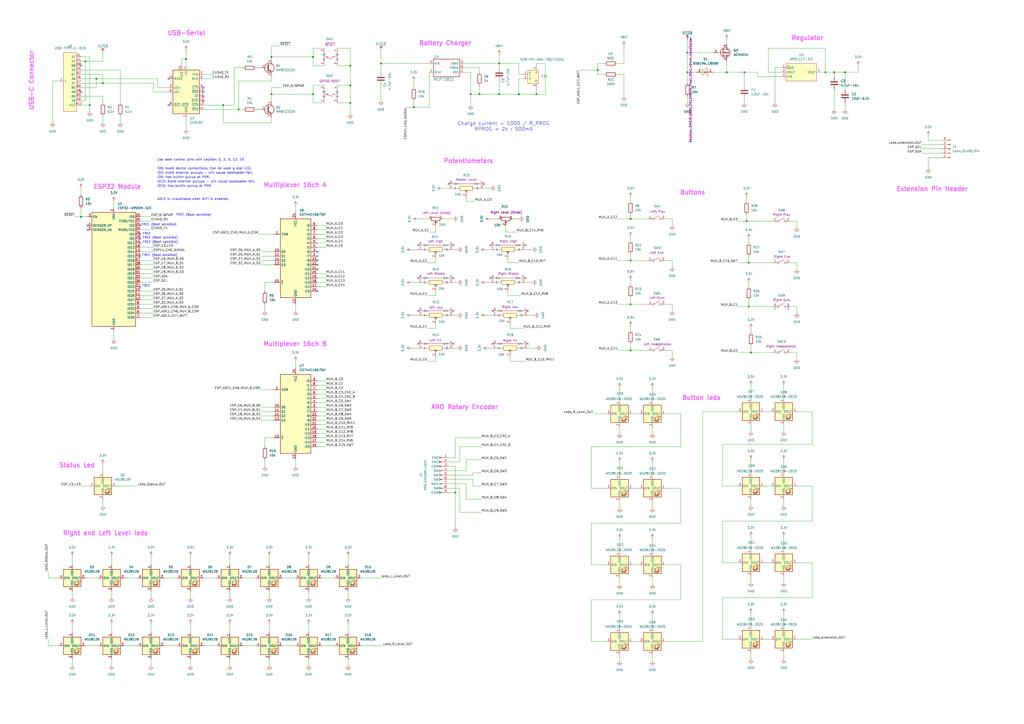
<source format=kicad_sch>
(kicad_sch
	(version 20250114)
	(generator "eeschema")
	(generator_version "9.0")
	(uuid "2bf70b3e-abaf-487a-958b-13263dd16124")
	(paper "A2")
	
	(text "IO15: Has builtin pullup at POR."
		(exclude_from_sim no)
		(at 91.186 107.95 0)
		(effects
			(font
				(size 1.27 1.27)
			)
			(justify left)
		)
		(uuid "11fd5821-4a16-4940-95ac-631cf68adae4")
	)
	(text "Button leds"
		(exclude_from_sim no)
		(at 406.908 230.886 0)
		(effects
			(font
				(size 2.54 2.54)
				(thickness 0.508)
				(bold yes)
				(color 237 101 255 1)
			)
		)
		(uuid "13270510-05f0-4774-9749-80deeef59609")
	)
	(text "IO2: Avoid external pullups - will cause bootloader fail."
		(exclude_from_sim no)
		(at 91.186 100.33 0)
		(effects
			(font
				(size 1.27 1.27)
			)
			(justify left)
		)
		(uuid "1aa5eae1-d4e4-4bc1-b235-206c6f151620")
	)
	(text "FREE"
		(exclude_from_sim no)
		(at 84.836 165.862 0)
		(effects
			(font
				(size 1.27 1.27)
			)
		)
		(uuid "26ba2225-b3a3-4656-8564-095d297df7cc")
	)
	(text "ESP32 Module"
		(exclude_from_sim no)
		(at 68.072 108.458 0)
		(effects
			(font
				(size 2.54 2.54)
				(thickness 0.508)
				(bold yes)
				(color 237 101 255 1)
			)
		)
		(uuid "29b0c64c-0e58-46fb-9e04-e1581499d80d")
	)
	(text "FREE (Boot sensible)"
		(exclude_from_sim no)
		(at 92.202 130.302 0)
		(effects
			(font
				(size 1.27 1.27)
			)
		)
		(uuid "2b3a7dc7-1f63-433f-8bdf-d054a432b633")
	)
	(text "Multiplexer 16ch A\n\n"
		(exclude_from_sim no)
		(at 171.196 109.474 0)
		(effects
			(font
				(size 2.54 2.54)
				(thickness 0.508)
				(bold yes)
				(color 237 101 255 1)
			)
		)
		(uuid "3959c005-c07b-4f84-a4da-1a26b766237f")
	)
	(text "Right and Left Level leds"
		(exclude_from_sim no)
		(at 61.214 309.372 0)
		(effects
			(font
				(size 2.54 2.54)
				(thickness 0.508)
				(bold yes)
				(color 237 101 255 1)
			)
		)
		(uuid "3c07ec89-8810-4fe6-bbac-3493d48258b9")
	)
	(text "IO5: Has builtin pullup at POR."
		(exclude_from_sim no)
		(at 91.186 102.87 0)
		(effects
			(font
				(size 1.27 1.27)
			)
			(justify left)
		)
		(uuid "6049dc38-1d3d-4be0-b6d7-e8b32bb36a2f")
	)
	(text "Extension Pin Header"
		(exclude_from_sim no)
		(at 540.766 109.728 0)
		(effects
			(font
				(size 2.54 2.54)
				(thickness 0.508)
				(bold yes)
				(color 237 101 255 1)
			)
		)
		(uuid "66bf7d3c-f2fd-4991-bf13-dc06fa2f201c")
	)
	(text "Buttons"
		(exclude_from_sim no)
		(at 401.828 111.76 0)
		(effects
			(font
				(size 2.54 2.54)
				(thickness 0.508)
				(bold yes)
				(color 237 101 255 1)
			)
		)
		(uuid "73dbe7a5-2f8b-41a0-baaf-8c85340caa8a")
	)
	(text "Battery Charger"
		(exclude_from_sim no)
		(at 258.318 25.146 0)
		(effects
			(font
				(size 2.54 2.54)
				(thickness 0.508)
				(bold yes)
				(color 237 101 255 1)
			)
		)
		(uuid "75acbc08-003a-4942-b1d2-be9f9837b1f7")
	)
	(text "Regulator"
		(exclude_from_sim no)
		(at 468.376 22.098 0)
		(effects
			(font
				(size 2.54 2.54)
				(thickness 0.508)
				(bold yes)
				(color 237 101 255 1)
			)
		)
		(uuid "8011d79d-908c-44f7-a8c2-03c8d0372012")
	)
	(text "IO0: Avoid device connections. Can be used a stat LED."
		(exclude_from_sim no)
		(at 91.186 97.79 0)
		(effects
			(font
				(size 1.27 1.27)
			)
			(justify left)
		)
		(uuid "8487a36f-605f-4c86-a41b-064b8cbf4bf0")
	)
	(text "FREE (Boot sensible)"
		(exclude_from_sim no)
		(at 92.71 148.082 0)
		(effects
			(font
				(size 1.27 1.27)
			)
		)
		(uuid "85702a47-0105-4094-8238-aa5922dbf991")
	)
	(text "FREE (Boot sensible)"
		(exclude_from_sim no)
		(at 92.964 137.922 0)
		(effects
			(font
				(size 1.27 1.27)
			)
		)
		(uuid "a127198a-f04b-4ab8-845c-ed578ef752a2")
	)
	(text "Multiplexer 16ch B\n"
		(exclude_from_sim no)
		(at 171.196 199.644 0)
		(effects
			(font
				(size 2.54 2.54)
				(thickness 0.508)
				(bold yes)
				(color 237 101 255 1)
			)
		)
		(uuid "a8ef7ab4-9fda-4c59-9e07-7420b853765b")
	)
	(text "USB-Serial"
		(exclude_from_sim no)
		(at 108.204 19.304 0)
		(effects
			(font
				(size 2.54 2.54)
				(thickness 0.508)
				(bold yes)
				(color 237 101 255 1)
			)
		)
		(uuid "baa156f6-5918-4136-a1ed-5dbc9789f512")
	)
	(text "Charge current = 1000 / R_PROG\nRPROG = 2k : 500mA\n"
		(exclude_from_sim no)
		(at 292.1 73.406 0)
		(effects
			(font
				(size 2.032 2.032)
			)
		)
		(uuid "bf0cd859-5fe6-4548-a815-25dd64aede41")
	)
	(text "ADC2 is unavailable when WiFi is enabled."
		(exclude_from_sim no)
		(at 91.186 115.57 0)
		(effects
			(font
				(size 1.27 1.27)
			)
			(justify left)
		)
		(uuid "c418c532-98eb-4026-a3b7-8ee6e560e0b5")
	)
	(text "ANO Rotary Encoder"
		(exclude_from_sim no)
		(at 269.494 236.22 0)
		(effects
			(font
				(size 2.54 2.54)
				(thickness 0.508)
				(bold yes)
				(color 237 101 255 1)
			)
		)
		(uuid "cbbef1b7-6b2e-4529-a1d0-cc2ef101956e")
	)
	(text "Status Led"
		(exclude_from_sim no)
		(at 44.704 270.002 0)
		(effects
			(font
				(size 2.54 2.54)
				(thickness 0.508)
				(bold yes)
				(color 237 101 255 1)
			)
		)
		(uuid "d0925dd4-fd4f-4ba1-babd-2c566e726bf2")
	)
	(text "FREE (Boot sensible)"
		(exclude_from_sim no)
		(at 112.268 124.714 0)
		(effects
			(font
				(size 1.27 1.27)
			)
		)
		(uuid "d7188288-649c-4d45-bfb6-ec873937656c")
	)
	(text "FREE"
		(exclude_from_sim no)
		(at 85.09 135.636 0)
		(effects
			(font
				(size 1.27 1.27)
			)
		)
		(uuid "dd8efdc0-a410-4690-b903-0db7773235f7")
	)
	(text "USB-C Connector"
		(exclude_from_sim no)
		(at 18.288 46.736 90)
		(effects
			(font
				(size 2.54 2.54)
				(thickness 0.508)
				(bold yes)
				(color 237 101 255 1)
			)
		)
		(uuid "e08743cc-3ce6-4175-acf6-ecc734583bac")
	)
	(text "FREE (Boot sensible)"
		(exclude_from_sim no)
		(at 92.964 140.462 0)
		(effects
			(font
				(size 1.27 1.27)
			)
		)
		(uuid "e3cd2d01-0eda-4c6b-9cc3-011946106a4d")
	)
	(text "Potentiometers"
		(exclude_from_sim no)
		(at 271.78 93.472 0)
		(effects
			(font
				(size 2.54 2.54)
				(thickness 0.508)
				(bold yes)
				(color 237 101 255 1)
			)
		)
		(uuid "f267ee95-82d3-446e-be3a-1c6cda0553d1")
	)
	(text "IO12: Avoid external pullups - will cause bootloader fail."
		(exclude_from_sim no)
		(at 91.186 105.41 0)
		(effects
			(font
				(size 1.27 1.27)
			)
			(justify left)
		)
		(uuid "f3232ea3-6556-4b32-b87b-2097b9e8cf1e")
	)
	(text "Use boot control pins with caution: 0, 2, 5, 12, 15"
		(exclude_from_sim no)
		(at 91.186 92.71 0)
		(effects
			(font
				(size 1.27 1.27)
			)
			(justify left)
		)
		(uuid "f693a3ee-5ce4-4fdf-b0ed-2980bb30f004")
	)
	(junction
		(at 433.07 128.27)
		(diameter 0)
		(color 0 0 0 0)
		(uuid "046d3433-6fc4-4af9-8a82-6e8bfe17e15b")
	)
	(junction
		(at 264.16 285.75)
		(diameter 0)
		(color 0 0 0 0)
		(uuid "0b0e7f83-be8e-4d57-be44-1e5d7c13a44e")
	)
	(junction
		(at 398.78 30.48)
		(diameter 0)
		(color 0 0 0 0)
		(uuid "0e2220f8-cdc1-4dd0-a889-6da30e2ef099")
	)
	(junction
		(at 434.34 152.4)
		(diameter 0)
		(color 0 0 0 0)
		(uuid "287e1573-fdee-474b-8b9b-39e85939676e")
	)
	(junction
		(at 107.95 34.29)
		(diameter 0)
		(color 0 0 0 0)
		(uuid "2cf1ffd4-7a1c-4466-b261-7ea81970992d")
	)
	(junction
		(at 478.79 41.91)
		(diameter 0)
		(color 0 0 0 0)
		(uuid "45f317bc-f563-422f-bbda-4fd831dbe43d")
	)
	(junction
		(at 49.53 35.56)
		(diameter 0)
		(color 0 0 0 0)
		(uuid "462f09f8-d14d-45ff-8d14-40bad8f3de4f")
	)
	(junction
		(at 220.98 36.83)
		(diameter 0)
		(color 0 0 0 0)
		(uuid "46e5e883-5c49-47de-be76-af253af65a0d")
	)
	(junction
		(at 203.2 38.1)
		(diameter 0)
		(color 0 0 0 0)
		(uuid "52584f69-4a22-47f5-ac20-49e3f302b0bd")
	)
	(junction
		(at 55.88 45.72)
		(diameter 0)
		(color 0 0 0 0)
		(uuid "57efa466-dd98-4807-af4f-bb1b406fc73f")
	)
	(junction
		(at 203.2 49.53)
		(diameter 0)
		(color 0 0 0 0)
		(uuid "5a93f28f-4e3f-4320-9312-0e1fa69b9f32")
	)
	(junction
		(at 365.76 151.13)
		(diameter 0)
		(color 0 0 0 0)
		(uuid "5f9ec4bf-eab3-4e3b-98d3-4331348059ab")
	)
	(junction
		(at 365.76 203.2)
		(diameter 0)
		(color 0 0 0 0)
		(uuid "7065e029-8d82-4615-93f1-10ff969b9316")
	)
	(junction
		(at 138.43 63.5)
		(diameter 0)
		(color 0 0 0 0)
		(uuid "74d83bda-938c-4056-b971-a6ee34078e0f")
	)
	(junction
		(at 129.54 60.96)
		(diameter 0)
		(color 0 0 0 0)
		(uuid "78496afb-0128-4027-81d7-8840e3f01ee6")
	)
	(junction
		(at 365.76 127)
		(diameter 0)
		(color 0 0 0 0)
		(uuid "7af2427d-b6d3-432c-a8b8-5bc511bbbd9b")
	)
	(junction
		(at 157.48 54.61)
		(diameter 0)
		(color 0 0 0 0)
		(uuid "86a32ce0-2ce5-42da-90e2-c6cd1c650adb")
	)
	(junction
		(at 289.56 54.61)
		(diameter 0)
		(color 0 0 0 0)
		(uuid "8db4c9a8-6ff9-4430-b60a-cab0ad7708ec")
	)
	(junction
		(at 490.22 41.91)
		(diameter 0)
		(color 0 0 0 0)
		(uuid "92efeeca-9b90-4a0d-ab69-b5ec4b165e35")
	)
	(junction
		(at 278.13 54.61)
		(diameter 0)
		(color 0 0 0 0)
		(uuid "998a3b9d-d2b3-410d-8602-f4ff12456075")
	)
	(junction
		(at 273.05 54.61)
		(diameter 0)
		(color 0 0 0 0)
		(uuid "99b450f6-6d9e-4dfb-9db1-964dd0bd8f9e")
	)
	(junction
		(at 300.99 54.61)
		(diameter 0)
		(color 0 0 0 0)
		(uuid "9bc32eab-ee41-490f-8895-6e4396c7afaa")
	)
	(junction
		(at 157.48 33.02)
		(diameter 0)
		(color 0 0 0 0)
		(uuid "a7f1ebe5-ffba-4ec0-9ed3-62a15d6578d5")
	)
	(junction
		(at 181.61 33.02)
		(diameter 0)
		(color 0 0 0 0)
		(uuid "a913fdf2-0d55-42a5-b024-aaab2ece7ec4")
	)
	(junction
		(at 483.87 41.91)
		(diameter 0)
		(color 0 0 0 0)
		(uuid "aadb8281-964b-400c-8ae2-15f3d1219041")
	)
	(junction
		(at 46.99 125.73)
		(diameter 0)
		(color 0 0 0 0)
		(uuid "b460f819-3a8c-4964-aebe-99d34e8d1223")
	)
	(junction
		(at 435.61 204.47)
		(diameter 0)
		(color 0 0 0 0)
		(uuid "b99a22e4-bffd-4559-938c-cf7ba9a7fd88")
	)
	(junction
		(at 421.64 41.91)
		(diameter 0)
		(color 0 0 0 0)
		(uuid "c0062dd5-e2d8-46e4-8bed-f45d56f2027d")
	)
	(junction
		(at 52.07 60.96)
		(diameter 0)
		(color 0 0 0 0)
		(uuid "c1370097-cff5-4a69-90fc-a7398739f38b")
	)
	(junction
		(at 59.69 48.26)
		(diameter 0)
		(color 0 0 0 0)
		(uuid "c1a5ca5e-6c51-45d3-b61f-a2c19586941f")
	)
	(junction
		(at 365.76 176.53)
		(diameter 0)
		(color 0 0 0 0)
		(uuid "c46e979e-e8ee-44d3-b6bb-7f9caab4d5e5")
	)
	(junction
		(at 181.61 54.61)
		(diameter 0)
		(color 0 0 0 0)
		(uuid "d469cffd-4f6a-4332-becc-7cb00a757630")
	)
	(junction
		(at 346.71 40.64)
		(diameter 0)
		(color 0 0 0 0)
		(uuid "dc948b69-bfb5-487b-a52f-1819e46bc14b")
	)
	(junction
		(at 240.03 62.23)
		(diameter 0)
		(color 0 0 0 0)
		(uuid "df6fa706-c6dd-4131-9521-96fbdb350b18")
	)
	(junction
		(at 434.34 177.8)
		(diameter 0)
		(color 0 0 0 0)
		(uuid "e0ece293-04ab-4af7-8a3e-9e9aba2a0455")
	)
	(junction
		(at 289.56 36.83)
		(diameter 0)
		(color 0 0 0 0)
		(uuid "e2f2b687-07a3-4b15-b19a-31c19edcf091")
	)
	(junction
		(at 398.78 41.91)
		(diameter 0)
		(color 0 0 0 0)
		(uuid "e661789f-9c51-4e49-a338-80016b8090bd")
	)
	(junction
		(at 431.8 41.91)
		(diameter 0)
		(color 0 0 0 0)
		(uuid "eda2dae4-890d-4318-ba54-51e6b3998270")
	)
	(junction
		(at 203.2 59.69)
		(diameter 0)
		(color 0 0 0 0)
		(uuid "fa810c8d-1041-425b-aaf0-d0a61ab744a1")
	)
	(junction
		(at 311.15 54.61)
		(diameter 0)
		(color 0 0 0 0)
		(uuid "fef9cba3-fd14-4653-a81c-6191df4b5a53")
	)
	(no_connect
		(at 118.11 55.88)
		(uuid "04eeccbc-1d48-4d05-a3fe-0a8b8af1829d")
	)
	(no_connect
		(at 81.28 140.97)
		(uuid "0fed637d-344b-4bca-954a-50bfcbaa56d4")
	)
	(no_connect
		(at 262.89 161.29)
		(uuid "12ad2c81-f269-4a5a-8200-c7b9b0a0964d")
	)
	(no_connect
		(at 81.28 148.59)
		(uuid "13f02934-3e3e-4d3c-bf4c-9d76d85caf53")
	)
	(no_connect
		(at 118.11 53.34)
		(uuid "19501661-9a9b-4520-bc2e-24631463102d")
	)
	(no_connect
		(at 304.8 142.24)
		(uuid "19cb2fd9-fea0-43f0-9f46-54c3445b726d")
	)
	(no_connect
		(at 50.8 133.35)
		(uuid "39baa99a-d291-4bf6-875b-46511e4bf226")
	)
	(no_connect
		(at 184.15 156.21)
		(uuid "3bb871bb-6d49-4e9b-a59d-b0da3186466d")
	)
	(no_connect
		(at 280.67 106.68)
		(uuid "3d337e2e-8dd2-47b5-abe9-1feb7bf27e6f")
	)
	(no_connect
		(at 285.75 180.34)
		(uuid "4bd28569-03f3-4496-8b30-40d9afa139ac")
	)
	(no_connect
		(at 81.28 135.89)
		(uuid "543f8f10-0b40-45c5-84d3-2259c69b80e3")
	)
	(no_connect
		(at 184.15 151.13)
		(uuid "583b1099-d243-4650-b0f7-b7258c8d3736")
	)
	(no_connect
		(at 81.28 130.81)
		(uuid "58715c84-a2e0-4ac2-b030-244d58fe666f")
	)
	(no_connect
		(at 184.15 153.67)
		(uuid "65c5c721-1a9b-4a69-97ae-1bd23335426f")
	)
	(no_connect
		(at 50.8 130.81)
		(uuid "67e1e295-b4f7-4b80-88b6-272199f6ca81")
	)
	(no_connect
		(at 242.57 180.34)
		(uuid "690ebae6-f004-4e4d-9021-be8da05fc0fc")
	)
	(no_connect
		(at 81.28 138.43)
		(uuid "8053eb51-ac4b-442c-ab4a-03768f145848")
	)
	(no_connect
		(at 262.89 142.24)
		(uuid "87ea60aa-cf5d-4694-af63-051b8630c1c7")
	)
	(no_connect
		(at 184.15 146.05)
		(uuid "887da141-e7a9-4a28-b52a-e87adc4d8450")
	)
	(no_connect
		(at 81.28 166.37)
		(uuid "8a564061-61d9-4e92-8aef-1a23f23d204b")
	)
	(no_connect
		(at 46.99 38.1)
		(uuid "8b7fa0bb-02b9-46e7-b2ad-e320302caef6")
	)
	(no_connect
		(at 285.75 199.39)
		(uuid "8d7fce9a-c59b-47e3-8211-5045874ce7c2")
	)
	(no_connect
		(at 260.35 106.68)
		(uuid "966eee03-cc67-4801-b322-074eecccdd5f")
	)
	(no_connect
		(at 118.11 50.8)
		(uuid "98abed15-3395-4a5e-932e-afced9333f15")
	)
	(no_connect
		(at 242.57 142.24)
		(uuid "9d2d6901-bdf3-4b2e-8cd0-c3b4a7ac7e5a")
	)
	(no_connect
		(at 184.15 168.91)
		(uuid "9d2f6771-8902-427d-ad26-d1fd055800e9")
	)
	(no_connect
		(at 242.57 161.29)
		(uuid "a1ffd112-a85b-4b30-88b9-6107d1802c02")
	)
	(no_connect
		(at 262.89 199.39)
		(uuid "a3417c76-b751-4cc9-8639-6d2dd2c8906f")
	)
	(no_connect
		(at 306.07 180.34)
		(uuid "a40b3d42-1d20-4ee2-ad29-69a02c2c2ae1")
	)
	(no_connect
		(at 284.48 161.29)
		(uuid "a4219b4e-4ae1-4290-a3a5-7c7a4f56c521")
	)
	(no_connect
		(at 97.79 60.96)
		(uuid "afef9056-5378-4ab0-8b60-5dfd6a395324")
	)
	(no_connect
		(at 306.07 199.39)
		(uuid "b62ab2ec-573d-48a1-8745-b54ecd865154")
	)
	(no_connect
		(at 118.11 58.42)
		(uuid "baef5944-e642-4a14-afd5-605b886b83c9")
	)
	(no_connect
		(at 242.57 199.39)
		(uuid "bdb2fbb4-be6f-4620-9149-d348735a200c")
	)
	(no_connect
		(at 184.15 148.59)
		(uuid "c1c31506-ebf7-45b7-b952-ccceb5ba0573")
	)
	(no_connect
		(at 262.89 180.34)
		(uuid "d9d6f529-dc51-45b5-8c21-0ba194dfa233")
	)
	(no_connect
		(at 284.48 142.24)
		(uuid "dd556654-8b42-4ed5-966d-a1581c5ae01b")
	)
	(no_connect
		(at 97.79 45.72)
		(uuid "e593adc0-af51-4d15-baa4-89094a554440")
	)
	(no_connect
		(at 304.8 161.29)
		(uuid "f47ab095-48c1-4ae8-bb93-9d76007f38dd")
	)
	(no_connect
		(at 46.99 53.34)
		(uuid "f48be13b-4da3-432b-9e03-7e38ea135de0")
	)
	(wire
		(pts
			(xy 81.28 161.29) (xy 88.9 161.29)
		)
		(stroke
			(width 0)
			(type default)
		)
		(uuid "00b5d449-8f26-43fd-8e07-7aa362a1583b")
	)
	(wire
		(pts
			(xy 398.78 22.86) (xy 398.78 30.48)
		)
		(stroke
			(width 0)
			(type default)
		)
		(uuid "0108b219-a191-4128-8a3c-d553a0731348")
	)
	(wire
		(pts
			(xy 431.8 57.15) (xy 431.8 59.69)
		)
		(stroke
			(width 0)
			(type default)
		)
		(uuid "015fd9e6-8571-4e52-b38f-12957cc315ed")
	)
	(wire
		(pts
			(xy 365.76 147.32) (xy 365.76 151.13)
		)
		(stroke
			(width 0)
			(type default)
		)
		(uuid "0272255d-620d-4b39-87c6-1a017d43abeb")
	)
	(wire
		(pts
			(xy 247.65 190.5) (xy 252.73 190.5)
		)
		(stroke
			(width 0)
			(type default)
		)
		(uuid "03197235-e1ee-4e37-8565-d1725e5787f9")
	)
	(wire
		(pts
			(xy 238.76 201.93) (xy 242.57 201.93)
		)
		(stroke
			(width 0)
			(type default)
		)
		(uuid "032a863f-efc0-4200-bdcf-71b606420f84")
	)
	(wire
		(pts
			(xy 462.28 204.47) (xy 462.28 208.28)
		)
		(stroke
			(width 0)
			(type default)
		)
		(uuid "04a7dc42-aa69-4482-b2e3-8b9bef5c540e")
	)
	(wire
		(pts
			(xy 184.15 259.08) (xy 189.23 259.08)
		)
		(stroke
			(width 0)
			(type default)
		)
		(uuid "05c773b7-042c-44b1-8c8d-9b0651b542fc")
	)
	(wire
		(pts
			(xy 184.15 248.92) (xy 189.23 248.92)
		)
		(stroke
			(width 0)
			(type default)
		)
		(uuid "05ce75b3-5023-4334-af7b-76036506227e")
	)
	(wire
		(pts
			(xy 281.94 144.78) (xy 284.48 144.78)
		)
		(stroke
			(width 0)
			(type default)
		)
		(uuid "06262ca9-ed06-496b-a44e-4c48c1608275")
	)
	(wire
		(pts
			(xy 153.67 254) (xy 153.67 259.08)
		)
		(stroke
			(width 0)
			(type default)
		)
		(uuid "071077d0-35b6-4dfa-b967-3633caa38a34")
	)
	(wire
		(pts
			(xy 52.07 60.96) (xy 52.07 64.77)
		)
		(stroke
			(width 0)
			(type default)
		)
		(uuid "07539f7f-8531-4716-920a-c3683550f9d7")
	)
	(wire
		(pts
			(xy 295.91 207.01) (xy 295.91 209.55)
		)
		(stroke
			(width 0)
			(type default)
		)
		(uuid "076d26a4-0cc4-4ea9-8355-354179fab1e8")
	)
	(wire
		(pts
			(xy 186.69 335.28) (xy 194.31 335.28)
		)
		(stroke
			(width 0)
			(type default)
		)
		(uuid "07f95441-c29c-4c53-bbdb-97d683845c63")
	)
	(wire
		(pts
			(xy 478.79 41.91) (xy 483.87 41.91)
		)
		(stroke
			(width 0)
			(type default)
		)
		(uuid "09004817-b324-4f61-88c2-e4e3c21027ab")
	)
	(wire
		(pts
			(xy 140.97 39.37) (xy 135.89 39.37)
		)
		(stroke
			(width 0)
			(type default)
		)
		(uuid "0a7446f4-d571-4567-a58c-32402f726874")
	)
	(wire
		(pts
			(xy 140.97 335.28) (xy 148.59 335.28)
		)
		(stroke
			(width 0)
			(type default)
		)
		(uuid "0a76693e-0905-4380-88ac-1e67041609af")
	)
	(wire
		(pts
			(xy 220.98 29.21) (xy 220.98 36.83)
		)
		(stroke
			(width 0)
			(type default)
		)
		(uuid "0b466673-fde2-4640-81a8-1311d2ef3065")
	)
	(wire
		(pts
			(xy 81.28 128.27) (xy 87.63 128.27)
		)
		(stroke
			(width 0)
			(type default)
		)
		(uuid "0b543a74-4cf5-4628-8ff5-2662e77a4d0b")
	)
	(wire
		(pts
			(xy 419.1 370.84) (xy 427.99 370.84)
		)
		(stroke
			(width 0)
			(type default)
		)
		(uuid "0db43822-3ac5-4a8a-be63-212fbc89db4b")
	)
	(wire
		(pts
			(xy 294.64 152.4) (xy 300.99 152.4)
		)
		(stroke
			(width 0)
			(type default)
		)
		(uuid "0e10f943-8c79-4f31-a427-df550c87c183")
	)
	(wire
		(pts
			(xy 59.69 269.24) (xy 59.69 274.32)
		)
		(stroke
			(width 0)
			(type default)
		)
		(uuid "0e2d6ede-5cc0-499e-947c-14e27b224dda")
	)
	(wire
		(pts
			(xy 270.51 266.7) (xy 279.4 266.7)
		)
		(stroke
			(width 0)
			(type default)
		)
		(uuid "0e75c02b-79bb-4936-9e7c-0618f5061220")
	)
	(wire
		(pts
			(xy 87.63 322.58) (xy 87.63 327.66)
		)
		(stroke
			(width 0)
			(type default)
		)
		(uuid "0ec82a5c-6d22-4cda-bf9b-1c35319468f3")
	)
	(wire
		(pts
			(xy 471.17 257.81) (xy 471.17 238.76)
		)
		(stroke
			(width 0)
			(type default)
		)
		(uuid "0f3110af-b245-4455-9089-1c3a8a07973f")
	)
	(wire
		(pts
			(xy 163.83 374.65) (xy 171.45 374.65)
		)
		(stroke
			(width 0)
			(type default)
		)
		(uuid "0fa39192-8a66-485c-a46c-787c4e3a7b51")
	)
	(wire
		(pts
			(xy 386.08 240.03) (xy 394.97 240.03)
		)
		(stroke
			(width 0)
			(type default)
		)
		(uuid "0fcc0b23-1900-434c-a78d-26bfc63ad8d8")
	)
	(wire
		(pts
			(xy 27.94 374.65) (xy 34.29 374.65)
		)
		(stroke
			(width 0)
			(type default)
		)
		(uuid "10a602e0-ddac-4c4c-bb65-57da42bedf1f")
	)
	(wire
		(pts
			(xy 184.15 220.98) (xy 189.23 220.98)
		)
		(stroke
			(width 0)
			(type default)
		)
		(uuid "10b59633-678c-45c9-bd75-e4fcc60752af")
	)
	(wire
		(pts
			(xy 55.88 45.72) (xy 55.88 50.8)
		)
		(stroke
			(width 0)
			(type default)
		)
		(uuid "11ae175a-faab-45cd-a1f9-fe5cca25a8e2")
	)
	(wire
		(pts
			(xy 454.66 289.56) (xy 454.66 293.37)
		)
		(stroke
			(width 0)
			(type default)
		)
		(uuid "11b1908e-16e1-4878-87ee-61fc9addfc41")
	)
	(wire
		(pts
			(xy 300.99 43.18) (xy 300.99 36.83)
		)
		(stroke
			(width 0)
			(type default)
		)
		(uuid "12e18315-b756-42ee-b6f8-4d108677a226")
	)
	(wire
		(pts
			(xy 149.86 135.89) (xy 158.75 135.89)
		)
		(stroke
			(width 0)
			(type default)
		)
		(uuid "1311dfab-7134-4ac4-bc97-82a4d5c49820")
	)
	(wire
		(pts
			(xy 289.56 46.99) (xy 289.56 54.61)
		)
		(stroke
			(width 0)
			(type default)
		)
		(uuid "134cf29e-268b-499e-b4dc-002fce14a4c5")
	)
	(wire
		(pts
			(xy 49.53 58.42) (xy 49.53 35.56)
		)
		(stroke
			(width 0)
			(type default)
		)
		(uuid "139f938d-0e0d-4dbd-a2d6-a94ae1a9ddd4")
	)
	(wire
		(pts
			(xy 252.73 168.91) (xy 252.73 171.45)
		)
		(stroke
			(width 0)
			(type default)
		)
		(uuid "14da79b3-acf4-4950-a195-7433acaa3686")
	)
	(wire
		(pts
			(xy 365.76 124.46) (xy 365.76 127)
		)
		(stroke
			(width 0)
			(type default)
		)
		(uuid "154502fb-9908-42e7-9ff1-88913d4431bc")
	)
	(wire
		(pts
			(xy 157.48 71.12) (xy 129.54 71.12)
		)
		(stroke
			(width 0)
			(type default)
		)
		(uuid "15db645b-03aa-4134-b017-a350fd7f0b02")
	)
	(wire
		(pts
			(xy 264.16 285.75) (xy 264.16 306.07)
		)
		(stroke
			(width 0)
			(type default)
		)
		(uuid "15e131f2-2b20-42c2-b06d-782b827898be")
	)
	(wire
		(pts
			(xy 133.35 342.9) (xy 133.35 346.71)
		)
		(stroke
			(width 0)
			(type default)
		)
		(uuid "17153e91-d3bf-4a14-96db-f4046dec8e4d")
	)
	(wire
		(pts
			(xy 342.9 259.08) (xy 394.97 259.08)
		)
		(stroke
			(width 0)
			(type default)
		)
		(uuid "17183cf6-4f23-40e2-a1c9-e02773fd844a")
	)
	(wire
		(pts
			(xy 81.28 181.61) (xy 88.9 181.61)
		)
		(stroke
			(width 0)
			(type default)
		)
		(uuid "1836dfb7-54b4-4da8-8921-bc32f257ac42")
	)
	(wire
		(pts
			(xy 295.91 187.96) (xy 295.91 190.5)
		)
		(stroke
			(width 0)
			(type default)
		)
		(uuid "18ae828b-d219-45b4-a18e-1fa860c1b132")
	)
	(wire
		(pts
			(xy 306.07 182.88) (xy 309.88 182.88)
		)
		(stroke
			(width 0)
			(type default)
		)
		(uuid "193be94d-6a9d-486d-a34a-5538e7071b02")
	)
	(wire
		(pts
			(xy 344.17 240.03) (xy 351.79 240.03)
		)
		(stroke
			(width 0)
			(type default)
		)
		(uuid "1958f6b9-e237-4b35-9f69-987ddbdeb617")
	)
	(wire
		(pts
			(xy 240.03 62.23) (xy 248.92 62.23)
		)
		(stroke
			(width 0)
			(type default)
		)
		(uuid "19655366-a021-4b59-807d-b6d489d6e1f9")
	)
	(wire
		(pts
			(xy 293.37 130.81) (xy 293.37 134.62)
		)
		(stroke
			(width 0)
			(type default)
		)
		(uuid "19b0673c-589d-4c93-a919-d7d2c61cbf5a")
	)
	(wire
		(pts
			(xy 454.66 334.01) (xy 454.66 337.82)
		)
		(stroke
			(width 0)
			(type default)
		)
		(uuid "19b1fc71-5088-4ca9-a932-59512ddfeeee")
	)
	(wire
		(pts
			(xy 157.48 26.67) (xy 162.56 26.67)
		)
		(stroke
			(width 0)
			(type default)
		)
		(uuid "19f18108-f78c-46a3-9b2a-87cf8ae88974")
	)
	(wire
		(pts
			(xy 158.75 163.83) (xy 153.67 163.83)
		)
		(stroke
			(width 0)
			(type default)
		)
		(uuid "1bf75068-09e5-4ec8-a679-e9ef73c201d5")
	)
	(wire
		(pts
			(xy 534.67 83.82) (xy 546.1 83.82)
		)
		(stroke
			(width 0)
			(type default)
		)
		(uuid "1c635652-3613-424c-bf73-0579756f22c7")
	)
	(wire
		(pts
			(xy 256.54 127) (xy 262.89 127)
		)
		(stroke
			(width 0)
			(type default)
		)
		(uuid "1cdf2122-cba8-4ef9-86ee-ef33de9d7367")
	)
	(wire
		(pts
			(xy 407.67 372.11) (xy 407.67 238.76)
		)
		(stroke
			(width 0)
			(type default)
		)
		(uuid "1cecd0bb-42d3-40e0-bed8-e50fb45ba5cd")
	)
	(wire
		(pts
			(xy 201.93 342.9) (xy 201.93 346.71)
		)
		(stroke
			(width 0)
			(type default)
		)
		(uuid "1d46b41e-60c1-4473-b9dc-e49a2c1b93a6")
	)
	(wire
		(pts
			(xy 386.08 176.53) (xy 389.89 176.53)
		)
		(stroke
			(width 0)
			(type default)
		)
		(uuid "1db3d0e8-6900-4e54-b144-76486fc76d91")
	)
	(wire
		(pts
			(xy 220.98 49.53) (xy 220.98 58.42)
		)
		(stroke
			(width 0)
			(type default)
		)
		(uuid "1f8a6bd9-e40e-465c-9ba0-424cbd15b7e6")
	)
	(wire
		(pts
			(xy 365.76 151.13) (xy 375.92 151.13)
		)
		(stroke
			(width 0)
			(type default)
		)
		(uuid "1fe342d4-bd80-4a57-9dd4-21de47b1e802")
	)
	(wire
		(pts
			(xy 81.28 176.53) (xy 88.9 176.53)
		)
		(stroke
			(width 0)
			(type default)
		)
		(uuid "201d6d1b-ede0-4e6a-9bcd-186edbe69692")
	)
	(wire
		(pts
			(xy 419.1 281.94) (xy 419.1 257.81)
		)
		(stroke
			(width 0)
			(type default)
		)
		(uuid "21dec3f9-c600-437a-8ed1-e8c0c0e49499")
	)
	(wire
		(pts
			(xy 435.61 246.38) (xy 435.61 250.19)
		)
		(stroke
			(width 0)
			(type default)
		)
		(uuid "21e388ad-c9b7-4677-a524-69ff2a10e4a9")
	)
	(wire
		(pts
			(xy 49.53 335.28) (xy 57.15 335.28)
		)
		(stroke
			(width 0)
			(type default)
		)
		(uuid "223a93a2-62f0-4a7d-b9af-09f7b5a40d0a")
	)
	(wire
		(pts
			(xy 67.31 281.94) (xy 80.01 281.94)
		)
		(stroke
			(width 0)
			(type default)
		)
		(uuid "235c23d3-e46b-4f84-b50e-e1be1de1a8c6")
	)
	(wire
		(pts
			(xy 427.99 204.47) (xy 435.61 204.47)
		)
		(stroke
			(width 0)
			(type default)
		)
		(uuid "23aba75b-1034-434f-8382-8d0c1f1a27e9")
	)
	(wire
		(pts
			(xy 171.45 266.7) (xy 171.45 270.51)
		)
		(stroke
			(width 0)
			(type default)
		)
		(uuid "24a181d6-26b3-4bc3-866e-bb4ccb8cb4ff")
	)
	(wire
		(pts
			(xy 304.8 144.78) (xy 308.61 144.78)
		)
		(stroke
			(width 0)
			(type default)
		)
		(uuid "250e76a8-1100-4fd5-90ed-b8ca94ca3344")
	)
	(wire
		(pts
			(xy 201.93 322.58) (xy 201.93 327.66)
		)
		(stroke
			(width 0)
			(type default)
		)
		(uuid "25242329-2b9c-45bf-8917-d8955c358bbb")
	)
	(wire
		(pts
			(xy 260.35 270.51) (xy 264.16 270.51)
		)
		(stroke
			(width 0)
			(type default)
		)
		(uuid "258e8b00-ca0b-451f-9446-ba17eb2f7c6c")
	)
	(wire
		(pts
			(xy 46.99 58.42) (xy 49.53 58.42)
		)
		(stroke
			(width 0)
			(type default)
		)
		(uuid "273ae42b-70e9-43bc-b110-21ea2f32d176")
	)
	(wire
		(pts
			(xy 342.9 347.98) (xy 342.9 372.11)
		)
		(stroke
			(width 0)
			(type default)
		)
		(uuid "27775f39-b41d-4012-973f-ab670d13d2e2")
	)
	(wire
		(pts
			(xy 138.43 63.5) (xy 140.97 63.5)
		)
		(stroke
			(width 0)
			(type default)
		)
		(uuid "27c469f8-6e5d-4698-b62a-445540d0b9d0")
	)
	(wire
		(pts
			(xy 179.07 322.58) (xy 179.07 327.66)
		)
		(stroke
			(width 0)
			(type default)
		)
		(uuid "28582524-7493-435b-ac7b-df8e675119a3")
	)
	(wire
		(pts
			(xy 342.9 372.11) (xy 351.79 372.11)
		)
		(stroke
			(width 0)
			(type default)
		)
		(uuid "290942ef-2763-40a2-8f9b-6a323ab94f63")
	)
	(wire
		(pts
			(xy 278.13 49.53) (xy 278.13 54.61)
		)
		(stroke
			(width 0)
			(type default)
		)
		(uuid "29cfd593-1ab6-4a5c-b1ed-e8356708ab27")
	)
	(wire
		(pts
			(xy 46.99 109.22) (xy 46.99 113.03)
		)
		(stroke
			(width 0)
			(type default)
		)
		(uuid "2a3d88d7-cb6e-4fa9-b49e-6cc29e1d0db3")
	)
	(wire
		(pts
			(xy 266.7 267.97) (xy 266.7 259.08)
		)
		(stroke
			(width 0)
			(type default)
		)
		(uuid "2a5197f1-1acf-470b-a0cb-629bff72ba04")
	)
	(wire
		(pts
			(xy 478.79 41.91) (xy 476.25 41.91)
		)
		(stroke
			(width 0)
			(type default)
		)
		(uuid "2ad6591f-6325-428f-859f-7c42415a30da")
	)
	(wire
		(pts
			(xy 88.9 53.34) (xy 97.79 53.34)
		)
		(stroke
			(width 0)
			(type default)
		)
		(uuid "2aff3800-5348-4143-943d-a11e0ee0734a")
	)
	(wire
		(pts
			(xy 247.65 171.45) (xy 252.73 171.45)
		)
		(stroke
			(width 0)
			(type default)
		)
		(uuid "2cc54811-d71a-407b-b48a-c3c6221904ea")
	)
	(wire
		(pts
			(xy 184.15 246.38) (xy 189.23 246.38)
		)
		(stroke
			(width 0)
			(type default)
		)
		(uuid "2cfc0d53-4fd1-4e4d-a087-c629a37669d0")
	)
	(wire
		(pts
			(xy 419.1 326.39) (xy 427.99 326.39)
		)
		(stroke
			(width 0)
			(type default)
		)
		(uuid "2d6f072d-3d6f-4a12-a34e-a64209bb6bdc")
	)
	(wire
		(pts
			(xy 81.28 133.35) (xy 87.63 133.35)
		)
		(stroke
			(width 0)
			(type default)
		)
		(uuid "2dba4698-5bb7-4d04-9d90-f364c8f30f55")
	)
	(wire
		(pts
			(xy 27.94 335.28) (xy 34.29 335.28)
		)
		(stroke
			(width 0)
			(type default)
		)
		(uuid "2e184a54-9e49-482b-af7f-a5a72ff7d217")
	)
	(wire
		(pts
			(xy 434.34 177.8) (xy 448.31 177.8)
		)
		(stroke
			(width 0)
			(type default)
		)
		(uuid "2ee52f84-fe3a-4f2a-91f9-f32afa93bcda")
	)
	(wire
		(pts
			(xy 365.76 162.56) (xy 365.76 165.1)
		)
		(stroke
			(width 0)
			(type default)
		)
		(uuid "2f48951d-8164-4700-8111-520f8365aaaa")
	)
	(wire
		(pts
			(xy 46.99 35.56) (xy 49.53 35.56)
		)
		(stroke
			(width 0)
			(type default)
		)
		(uuid "3094af09-2118-4fea-bcc2-e0af7d33a8f7")
	)
	(wire
		(pts
			(xy 454.66 223.52) (xy 454.66 231.14)
		)
		(stroke
			(width 0)
			(type default)
		)
		(uuid "33bdb0fe-42a1-4362-ab09-cd3fe288c175")
	)
	(wire
		(pts
			(xy 209.55 374.65) (xy 222.25 374.65)
		)
		(stroke
			(width 0)
			(type default)
		)
		(uuid "34217869-323b-47b3-b186-063010f78055")
	)
	(wire
		(pts
			(xy 236.22 62.23) (xy 240.03 62.23)
		)
		(stroke
			(width 0)
			(type default)
		)
		(uuid "3471b118-60c3-49b5-a479-aea5fc2f31a4")
	)
	(wire
		(pts
			(xy 311.15 38.1) (xy 311.15 36.83)
		)
		(stroke
			(width 0)
			(type default)
		)
		(uuid "34b6a2f9-fab2-4517-a9be-6d0452240721")
	)
	(wire
		(pts
			(xy 434.34 152.4) (xy 448.31 152.4)
		)
		(stroke
			(width 0)
			(type default)
		)
		(uuid "35804c8b-8d30-4ac0-91de-907d1e73edd2")
	)
	(wire
		(pts
			(xy 273.05 54.61) (xy 273.05 60.96)
		)
		(stroke
			(width 0)
			(type default)
		)
		(uuid "35b58f97-b153-48f0-9a3f-6f55b2cb3443")
	)
	(wire
		(pts
			(xy 203.2 27.94) (xy 203.2 38.1)
		)
		(stroke
			(width 0)
			(type default)
		)
		(uuid "35e3bf3b-f6d0-42cf-be4c-3f9007bdfa18")
	)
	(wire
		(pts
			(xy 281.94 182.88) (xy 285.75 182.88)
		)
		(stroke
			(width 0)
			(type default)
		)
		(uuid "36e3d0e0-ca31-45a4-9e58-26bfdbe48aa7")
	)
	(wire
		(pts
			(xy 151.13 238.76) (xy 158.75 238.76)
		)
		(stroke
			(width 0)
			(type default)
		)
		(uuid "37084f6b-2437-4bcd-8b8c-62e4fae38826")
	)
	(wire
		(pts
			(xy 462.28 128.27) (xy 462.28 132.08)
		)
		(stroke
			(width 0)
			(type default)
		)
		(uuid "379ea6de-7c00-4a40-a0fe-0b1eaaf4ed1e")
	)
	(wire
		(pts
			(xy 64.77 361.95) (xy 64.77 367.03)
		)
		(stroke
			(width 0)
			(type default)
		)
		(uuid "37ac3030-56f2-4e6c-befa-7096d398ac06")
	)
	(wire
		(pts
			(xy 179.07 342.9) (xy 179.07 346.71)
		)
		(stroke
			(width 0)
			(type default)
		)
		(uuid "37b1a279-b442-4c56-a54d-8ca823df1154")
	)
	(wire
		(pts
			(xy 157.48 33.02) (xy 157.48 34.29)
		)
		(stroke
			(width 0)
			(type default)
		)
		(uuid "37e96bcd-2137-4bcf-8461-fbb1e1f4b3c9")
	)
	(wire
		(pts
			(xy 184.15 133.35) (xy 189.23 133.35)
		)
		(stroke
			(width 0)
			(type default)
		)
		(uuid "38436a5d-ac0a-4307-a058-8b2baa30de6b")
	)
	(wire
		(pts
			(xy 367.03 240.03) (xy 370.84 240.03)
		)
		(stroke
			(width 0)
			(type default)
		)
		(uuid "3a005fb9-5e31-452f-b8e6-2b6d40f88bc9")
	)
	(wire
		(pts
			(xy 445.77 41.91) (xy 445.77 27.94)
		)
		(stroke
			(width 0)
			(type default)
		)
		(uuid "3a0ab891-b5c6-44b9-ad5b-5d76061bfa93")
	)
	(wire
		(pts
			(xy 365.76 172.72) (xy 365.76 176.53)
		)
		(stroke
			(width 0)
			(type default)
		)
		(uuid "3b96cee0-ebad-4889-ae1d-5509501b7e3f")
	)
	(wire
		(pts
			(xy 66.04 116.84) (xy 66.04 120.65)
		)
		(stroke
			(width 0)
			(type default)
		)
		(uuid "3ba23a66-7356-4561-a3ac-8fdeb8482e03")
	)
	(wire
		(pts
			(xy 359.41 224.79) (xy 359.41 232.41)
		)
		(stroke
			(width 0)
			(type default)
		)
		(uuid "3bcd0f39-4a64-4d96-89b3-472e45177d34")
	)
	(wire
		(pts
			(xy 266.7 297.18) (xy 279.4 297.18)
		)
		(stroke
			(width 0)
			(type default)
		)
		(uuid "3c510cbb-d1dd-404c-a2dd-1d641181ee7e")
	)
	(wire
		(pts
			(xy 184.15 256.54) (xy 189.23 256.54)
		)
		(stroke
			(width 0)
			(type default)
		)
		(uuid "3c545d68-d3a6-4cc3-beda-b2b93f960084")
	)
	(wire
		(pts
			(xy 118.11 43.18) (xy 123.19 43.18)
		)
		(stroke
			(width 0)
			(type default)
		)
		(uuid "3c5d7431-b73d-4c91-b79d-fcfeee854365")
	)
	(wire
		(pts
			(xy 394.97 283.21) (xy 394.97 303.53)
		)
		(stroke
			(width 0)
			(type default)
		)
		(uuid "3d2319da-366a-48b6-b13e-14c21d8276e1")
	)
	(wire
		(pts
			(xy 64.77 342.9) (xy 64.77 346.71)
		)
		(stroke
			(width 0)
			(type default)
		)
		(uuid "3d478d85-b79e-44bf-9b7f-7f855befcd6c")
	)
	(wire
		(pts
			(xy 289.56 54.61) (xy 278.13 54.61)
		)
		(stroke
			(width 0)
			(type default)
		)
		(uuid "3d771537-11d3-485d-8d0a-8f4f8e21551f")
	)
	(wire
		(pts
			(xy 462.28 281.94) (xy 471.17 281.94)
		)
		(stroke
			(width 0)
			(type default)
		)
		(uuid "3d8b1a65-0fa4-45c7-a423-f67f5bd3e5bb")
	)
	(wire
		(pts
			(xy 81.28 179.07) (xy 88.9 179.07)
		)
		(stroke
			(width 0)
			(type default)
		)
		(uuid "3e6e2ba2-932a-4d75-a6fd-154804b7ca92")
	)
	(wire
		(pts
			(xy 490.22 59.69) (xy 490.22 63.5)
		)
		(stroke
			(width 0)
			(type default)
		)
		(uuid "3eb7ab63-03e9-4214-af11-6a6cc63a8a3a")
	)
	(wire
		(pts
			(xy 184.15 228.6) (xy 189.23 228.6)
		)
		(stroke
			(width 0)
			(type default)
		)
		(uuid "3f0251b3-9468-4eef-9e66-38ef6cac04a5")
	)
	(wire
		(pts
			(xy 471.17 302.26) (xy 419.1 302.26)
		)
		(stroke
			(width 0)
			(type default)
		)
		(uuid "403be554-582b-4784-95f0-e7d813bac58e")
	)
	(wire
		(pts
			(xy 378.46 379.73) (xy 378.46 383.54)
		)
		(stroke
			(width 0)
			(type default)
		)
		(uuid "404d620f-344e-4880-9d86-59a42c9bc99c")
	)
	(wire
		(pts
			(xy 443.23 238.76) (xy 447.04 238.76)
		)
		(stroke
			(width 0)
			(type default)
		)
		(uuid "42103db2-2056-4625-9183-7463eb4e3e35")
	)
	(wire
		(pts
			(xy 81.28 168.91) (xy 88.9 168.91)
		)
		(stroke
			(width 0)
			(type default)
		)
		(uuid "4295c0f4-a4c3-4230-9fff-3e44f72bb308")
	)
	(wire
		(pts
			(xy 407.67 238.76) (xy 427.99 238.76)
		)
		(stroke
			(width 0)
			(type default)
		)
		(uuid "42bd6fa3-aee9-4b01-8b24-d235c6449a56")
	)
	(wire
		(pts
			(xy 342.9 303.53) (xy 342.9 327.66)
		)
		(stroke
			(width 0)
			(type default)
		)
		(uuid "433a7b94-b749-4aa5-8332-6a1c734d0bc5")
	)
	(wire
		(pts
			(xy 88.9 48.26) (xy 88.9 53.34)
		)
		(stroke
			(width 0)
			(type default)
		)
		(uuid "435b8104-8c8b-433d-b9dd-b262de2f42a7")
	)
	(wire
		(pts
			(xy 266.7 283.21) (xy 266.7 297.18)
		)
		(stroke
			(width 0)
			(type default)
		)
		(uuid "43deadb0-9e92-4c74-b027-9acede51ccc5")
	)
	(wire
		(pts
			(xy 140.97 374.65) (xy 148.59 374.65)
		)
		(stroke
			(width 0)
			(type default)
		)
		(uuid "44a8f9b4-45dd-4b12-910c-e6eab5d2d49a")
	)
	(wire
		(pts
			(xy 264.16 270.51) (xy 264.16 285.75)
		)
		(stroke
			(width 0)
			(type default)
		)
		(uuid "45404249-1e48-45b0-8a07-8cda0efb210b")
	)
	(wire
		(pts
			(xy 342.9 283.21) (xy 342.9 259.08)
		)
		(stroke
			(width 0)
			(type default)
		)
		(uuid "45c6ded4-93f6-41c6-ad4c-45e4e100e022")
	)
	(wire
		(pts
			(xy 46.99 125.73) (xy 50.8 125.73)
		)
		(stroke
			(width 0)
			(type default)
		)
		(uuid "4895d0c4-9dac-46f9-8ae6-b844622c7cf2")
	)
	(wire
		(pts
			(xy 118.11 45.72) (xy 123.19 45.72)
		)
		(stroke
			(width 0)
			(type default)
		)
		(uuid "48ae3e1d-de0e-44de-b967-f27fbb0fc0c7")
	)
	(wire
		(pts
			(xy 471.17 281.94) (xy 471.17 302.26)
		)
		(stroke
			(width 0)
			(type default)
		)
		(uuid "4985cfdc-fd1b-4c08-859b-341fa35c3eca")
	)
	(wire
		(pts
			(xy 454.66 246.38) (xy 454.66 250.19)
		)
		(stroke
			(width 0)
			(type default)
		)
		(uuid "49f656d1-15d4-4c30-b787-dcc83c42dd79")
	)
	(wire
		(pts
			(xy 260.35 275.59) (xy 274.32 275.59)
		)
		(stroke
			(width 0)
			(type default)
		)
		(uuid "4af5615e-0869-46f7-8f7f-5d68c1ca79fc")
	)
	(wire
		(pts
			(xy 252.73 149.86) (xy 252.73 152.4)
		)
		(stroke
			(width 0)
			(type default)
		)
		(uuid "4b048b2a-a35a-4cdb-aca7-2c29397f06be")
	)
	(wire
		(pts
			(xy 419.1 281.94) (xy 427.99 281.94)
		)
		(stroke
			(width 0)
			(type default)
		)
		(uuid "4b79731f-d0b4-4b8b-b7e2-a47bf6ce1153")
	)
	(wire
		(pts
			(xy 151.13 146.05) (xy 158.75 146.05)
		)
		(stroke
			(width 0)
			(type default)
		)
		(uuid "4bb0b357-65a4-4a49-8f54-b0fef9b363cf")
	)
	(wire
		(pts
			(xy 133.35 322.58) (xy 133.35 327.66)
		)
		(stroke
			(width 0)
			(type default)
		)
		(uuid "4c1b902d-4f27-4654-90c3-67dd85d07032")
	)
	(wire
		(pts
			(xy 419.1 257.81) (xy 471.17 257.81)
		)
		(stroke
			(width 0)
			(type default)
		)
		(uuid "4c20c58b-195c-4efa-8554-06f8617ba680")
	)
	(wire
		(pts
			(xy 72.39 374.65) (xy 80.01 374.65)
		)
		(stroke
			(width 0)
			(type default)
		)
		(uuid "4e03dce2-561a-41c3-90cf-f9dd221a4402")
	)
	(wire
		(pts
			(xy 181.61 54.61) (xy 157.48 54.61)
		)
		(stroke
			(width 0)
			(type default)
		)
		(uuid "4e193a84-1461-4840-9423-25baa185f437")
	)
	(wire
		(pts
			(xy 295.91 209.55) (xy 304.8 209.55)
		)
		(stroke
			(width 0)
			(type default)
		)
		(uuid "4e2833e9-ceed-4617-bdff-e4799fead4b8")
	)
	(wire
		(pts
			(xy 209.55 335.28) (xy 220.98 335.28)
		)
		(stroke
			(width 0)
			(type default)
		)
		(uuid "4e88742f-b1b8-4bc7-a3f3-0fe4adbcec93")
	)
	(wire
		(pts
			(xy 110.49 361.95) (xy 110.49 367.03)
		)
		(stroke
			(width 0)
			(type default)
		)
		(uuid "4ecc112f-605b-476f-a734-3875cc468309")
	)
	(wire
		(pts
			(xy 151.13 153.67) (xy 158.75 153.67)
		)
		(stroke
			(width 0)
			(type default)
		)
		(uuid "4f31bc3d-c365-4c17-8b85-7952bb3f183c")
	)
	(wire
		(pts
			(xy 433.07 128.27) (xy 448.31 128.27)
		)
		(stroke
			(width 0)
			(type default)
		)
		(uuid "4fe77b2f-f840-4e6e-b67a-2e793cb17b27")
	)
	(wire
		(pts
			(xy 453.39 41.91) (xy 445.77 41.91)
		)
		(stroke
			(width 0)
			(type default)
		)
		(uuid "505ab409-cae0-4c47-98cc-1eacbc189b5b")
	)
	(wire
		(pts
			(xy 445.77 27.94) (xy 478.79 27.94)
		)
		(stroke
			(width 0)
			(type default)
		)
		(uuid "509f9c17-5728-4e68-9ddb-2f8fe0cada87")
	)
	(wire
		(pts
			(xy 264.16 265.43) (xy 264.16 254)
		)
		(stroke
			(width 0)
			(type default)
		)
		(uuid "50ca6991-584e-42bf-afac-51c385cc7613")
	)
	(wire
		(pts
			(xy 359.41 290.83) (xy 359.41 294.64)
		)
		(stroke
			(width 0)
			(type default)
		)
		(uuid "51149d3e-f515-4c96-9778-b4485939bb14")
	)
	(wire
		(pts
			(xy 41.91 382.27) (xy 41.91 386.08)
		)
		(stroke
			(width 0)
			(type default)
		)
		(uuid "51ef4307-f279-422a-ad0b-f019b7868c1d")
	)
	(wire
		(pts
			(xy 49.53 35.56) (xy 59.69 35.56)
		)
		(stroke
			(width 0)
			(type default)
		)
		(uuid "52385551-2c60-4db1-a93c-37b6244d319a")
	)
	(wire
		(pts
			(xy 273.05 41.91) (xy 273.05 54.61)
		)
		(stroke
			(width 0)
			(type default)
		)
		(uuid "52723994-5adb-4e62-b2fa-0fb835e00a72")
	)
	(wire
		(pts
			(xy 46.99 48.26) (xy 59.69 48.26)
		)
		(stroke
			(width 0)
			(type default)
		)
		(uuid "53d8206b-6de8-48bc-a810-8f675ea785c9")
	)
	(wire
		(pts
			(xy 179.07 382.27) (xy 179.07 386.08)
		)
		(stroke
			(width 0)
			(type default)
		)
		(uuid "541a643c-1705-49a1-8de8-212969672721")
	)
	(wire
		(pts
			(xy 443.23 370.84) (xy 447.04 370.84)
		)
		(stroke
			(width 0)
			(type default)
		)
		(uuid "544d23b7-56ba-446b-9b84-4237ebb3dd91")
	)
	(wire
		(pts
			(xy 64.77 322.58) (xy 64.77 327.66)
		)
		(stroke
			(width 0)
			(type default)
		)
		(uuid "54514644-8c32-4b94-ab5e-38094ce0f605")
	)
	(wire
		(pts
			(xy 252.73 187.96) (xy 252.73 190.5)
		)
		(stroke
			(width 0)
			(type default)
		)
		(uuid "545b28fd-2df9-4e5f-bd96-787f5665f329")
	)
	(wire
		(pts
			(xy 269.24 41.91) (xy 273.05 41.91)
		)
		(stroke
			(width 0)
			(type default)
		)
		(uuid "54ec8cb7-e7d4-49d4-9d6e-39788fc98840")
	)
	(wire
		(pts
			(xy 184.15 163.83) (xy 189.23 163.83)
		)
		(stroke
			(width 0)
			(type default)
		)
		(uuid "54ed825f-cb9a-4d8a-9b73-2ab24b07f404")
	)
	(wire
		(pts
			(xy 431.8 49.53) (xy 431.8 41.91)
		)
		(stroke
			(width 0)
			(type default)
		)
		(uuid "5556768a-0246-41fc-b40a-5ff5d3ae0ab5")
	)
	(wire
		(pts
			(xy 157.48 33.02) (xy 181.61 33.02)
		)
		(stroke
			(width 0)
			(type default)
		)
		(uuid "56d2b4ee-a55b-459b-a64b-462cf4a07afa")
	)
	(wire
		(pts
			(xy 81.28 125.73) (xy 87.63 125.73)
		)
		(stroke
			(width 0)
			(type default)
		)
		(uuid "572ef395-8aca-4e72-81e7-2a13f5793f56")
	)
	(wire
		(pts
			(xy 151.13 151.13) (xy 158.75 151.13)
		)
		(stroke
			(width 0)
			(type default)
		)
		(uuid "5742a24e-7dc3-47cc-9ddf-c6dfa63ce466")
	)
	(wire
		(pts
			(xy 435.61 378.46) (xy 435.61 382.27)
		)
		(stroke
			(width 0)
			(type default)
		)
		(uuid "58c15149-8878-4922-8485-4e763dcd35f4")
	)
	(wire
		(pts
			(xy 386.08 203.2) (xy 389.89 203.2)
		)
		(stroke
			(width 0)
			(type default)
		)
		(uuid "5b9fdc73-4c8a-4c0e-a01b-9990933553c9")
	)
	(wire
		(pts
			(xy 181.61 49.53) (xy 181.61 54.61)
		)
		(stroke
			(width 0)
			(type default)
		)
		(uuid "5c0fb578-944d-4688-ad0c-48d4fde6fead")
	)
	(wire
		(pts
			(xy 414.02 41.91) (xy 421.64 41.91)
		)
		(stroke
			(width 0)
			(type default)
		)
		(uuid "5c7f65d4-6b0b-42c1-a792-d15fb214e5d4")
	)
	(wire
		(pts
			(xy 462.28 326.39) (xy 471.17 326.39)
		)
		(stroke
			(width 0)
			(type default)
		)
		(uuid "5cd2ab92-5e50-4712-ab19-1c7b9e8ecd7c")
	)
	(wire
		(pts
			(xy 247.65 209.55) (xy 252.73 209.55)
		)
		(stroke
			(width 0)
			(type default)
		)
		(uuid "5dfd824e-c866-44b1-86d5-f73de56324ce")
	)
	(wire
		(pts
			(xy 398.78 41.91) (xy 403.86 41.91)
		)
		(stroke
			(width 0)
			(type default)
		)
		(uuid "5f1c3dc6-79e4-458a-8651-9af510fd8c69")
	)
	(wire
		(pts
			(xy 157.48 68.58) (xy 157.48 71.12)
		)
		(stroke
			(width 0)
			(type default)
		)
		(uuid "5fa82f49-6261-4d8f-855d-b4641b069999")
	)
	(wire
		(pts
			(xy 462.28 370.84) (xy 471.17 370.84)
		)
		(stroke
			(width 0)
			(type default)
		)
		(uuid "5fccbb74-ff4b-41a6-9b38-23b62cc69cae")
	)
	(wire
		(pts
			(xy 240.03 58.42) (xy 240.03 62.23)
		)
		(stroke
			(width 0)
			(type default)
		)
		(uuid "60166538-2667-4a8a-88b7-fb9bf2a35bbd")
	)
	(wire
		(pts
			(xy 359.41 356.87) (xy 359.41 364.49)
		)
		(stroke
			(width 0)
			(type default)
		)
		(uuid "601cf883-3a6b-47b7-92a2-f6eaab9004d8")
	)
	(wire
		(pts
			(xy 184.15 143.51) (xy 189.23 143.51)
		)
		(stroke
			(width 0)
			(type default)
		)
		(uuid "6046800a-7ba2-4508-b189-51e34b67dec0")
	)
	(wire
		(pts
			(xy 181.61 59.69) (xy 181.61 54.61)
		)
		(stroke
			(width 0)
			(type default)
		)
		(uuid "604c95e5-75f2-4aeb-964f-988e901d310e")
	)
	(wire
		(pts
			(xy 478.79 27.94) (xy 478.79 41.91)
		)
		(stroke
			(width 0)
			(type default)
		)
		(uuid "60c7d904-9a45-43a7-bac1-5967b6ea5019")
	)
	(wire
		(pts
			(xy 350.52 36.83) (xy 346.71 36.83)
		)
		(stroke
			(width 0)
			(type default)
		)
		(uuid "60cea940-b622-42f3-bd83-ddad749d3635")
	)
	(wire
		(pts
			(xy 252.73 207.01) (xy 252.73 209.55)
		)
		(stroke
			(width 0)
			(type default)
		)
		(uuid "627166b6-314f-4fe4-88b3-ec17fd6a4e39")
	)
	(wire
		(pts
			(xy 43.18 125.73) (xy 46.99 125.73)
		)
		(stroke
			(width 0)
			(type default)
		)
		(uuid "62dc8b7f-7282-45f0-8ded-c2433ad82a8c")
	)
	(wire
		(pts
			(xy 220.98 36.83) (xy 220.98 41.91)
		)
		(stroke
			(width 0)
			(type default)
		)
		(uuid "630780b0-78d8-4d61-a8a1-7349a13d57d1")
	)
	(wire
		(pts
			(xy 91.44 45.72) (xy 91.44 50.8)
		)
		(stroke
			(width 0)
			(type default)
		)
		(uuid "63233b90-8879-4e76-9b85-058f97d78a44")
	)
	(wire
		(pts
			(xy 483.87 52.07) (xy 483.87 63.5)
		)
		(stroke
			(width 0)
			(type default)
		)
		(uuid "6363cc7a-7369-4425-949f-f9c5c681db9c")
	)
	(wire
		(pts
			(xy 435.61 204.47) (xy 448.31 204.47)
		)
		(stroke
			(width 0)
			(type default)
		)
		(uuid "63ffb611-ff51-4c37-bbc7-c1d04792ce64")
	)
	(wire
		(pts
			(xy 118.11 374.65) (xy 125.73 374.65)
		)
		(stroke
			(width 0)
			(type default)
		)
		(uuid "64186711-bc09-4a98-ac66-f74c18b50cc2")
	)
	(wire
		(pts
			(xy 81.28 163.83) (xy 88.9 163.83)
		)
		(stroke
			(width 0)
			(type default)
		)
		(uuid "648d3114-7edf-4b85-b91f-c74b81012c15")
	)
	(wire
		(pts
			(xy 293.37 134.62) (xy 299.72 134.62)
		)
		(stroke
			(width 0)
			(type default)
		)
		(uuid "64ffb697-b96f-4f2c-8ba5-9a454f4d5a69")
	)
	(wire
		(pts
			(xy 59.69 43.18) (xy 59.69 48.26)
		)
		(stroke
			(width 0)
			(type default)
		)
		(uuid "652ffe31-8926-4ab5-9fb3-923667757c58")
	)
	(wire
		(pts
			(xy 365.76 127) (xy 375.92 127)
		)
		(stroke
			(width 0)
			(type default)
		)
		(uuid "656f357a-ea5a-4086-a1df-15ae7fa527e9")
	)
	(wire
		(pts
			(xy 316.23 36.83) (xy 316.23 54.61)
		)
		(stroke
			(width 0)
			(type default)
		)
		(uuid "6573dd00-129d-4ace-9d39-bc035dcfd6c4")
	)
	(wire
		(pts
			(xy 260.35 283.21) (xy 266.7 283.21)
		)
		(stroke
			(width 0)
			(type default)
		)
		(uuid "6587fbd9-0076-4d64-ab75-386530b0e851")
	)
	(wire
		(pts
			(xy 386.08 127) (xy 389.89 127)
		)
		(stroke
			(width 0)
			(type default)
		)
		(uuid "65d2b9e4-319a-4d5c-b37b-a0e023c7fefd")
	)
	(wire
		(pts
			(xy 311.15 50.8) (xy 311.15 54.61)
		)
		(stroke
			(width 0)
			(type default)
		)
		(uuid "6648e4b0-c403-4f99-b71e-6dfc4faafed5")
	)
	(wire
		(pts
			(xy 46.99 45.72) (xy 55.88 45.72)
		)
		(stroke
			(width 0)
			(type default)
		)
		(uuid "666e37a8-4b23-4fc6-9b7e-9a18a3c52a42")
	)
	(wire
		(pts
			(xy 367.03 327.66) (xy 370.84 327.66)
		)
		(stroke
			(width 0)
			(type default)
		)
		(uuid "668614bd-f46d-4451-838b-96a92137ac32")
	)
	(wire
		(pts
			(xy 107.95 34.29) (xy 107.95 38.1)
		)
		(stroke
			(width 0)
			(type default)
		)
		(uuid "67bce310-8bc7-4cce-85e8-7b49dae50160")
	)
	(wire
		(pts
			(xy 394.97 327.66) (xy 394.97 347.98)
		)
		(stroke
			(width 0)
			(type default)
		)
		(uuid "67dd09a3-1776-46f6-bebb-e1330f62d411")
	)
	(wire
		(pts
			(xy 46.99 33.02) (xy 52.07 33.02)
		)
		(stroke
			(width 0)
			(type default)
		)
		(uuid "6815d537-a574-4864-9367-02f3084c825a")
	)
	(wire
		(pts
			(xy 184.15 161.29) (xy 189.23 161.29)
		)
		(stroke
			(width 0)
			(type default)
		)
		(uuid "6878bd62-77d7-43c2-893d-c69dfb4d2c37")
	)
	(wire
		(pts
			(xy 358.14 36.83) (xy 361.95 36.83)
		)
		(stroke
			(width 0)
			(type default)
		)
		(uuid "68dbeade-5fdb-4906-9158-6a913a5bcced")
	)
	(wire
		(pts
			(xy 294.64 171.45) (xy 302.26 171.45)
		)
		(stroke
			(width 0)
			(type default)
		)
		(uuid "6966b07b-ffa3-4ec8-805d-e7681207a883")
	)
	(wire
		(pts
			(xy 105.41 38.1) (xy 105.41 34.29)
		)
		(stroke
			(width 0)
			(type default)
		)
		(uuid "69d12e72-0903-4465-a3ba-11fb8cdb001f")
	)
	(wire
		(pts
			(xy 394.97 259.08) (xy 394.97 240.03)
		)
		(stroke
			(width 0)
			(type default)
		)
		(uuid "6a54e00d-fcae-46a2-9a3f-d3956e0a2dd9")
	)
	(wire
		(pts
			(xy 365.76 199.39) (xy 365.76 203.2)
		)
		(stroke
			(width 0)
			(type default)
		)
		(uuid "6ae73a56-e6de-4680-8927-535310700bd4")
	)
	(wire
		(pts
			(xy 433.07 114.3) (xy 433.07 116.84)
		)
		(stroke
			(width 0)
			(type default)
		)
		(uuid "6aef3bf2-3bc8-46ee-a46c-d29f4007f4b8")
	)
	(wire
		(pts
			(xy 156.21 361.95) (xy 156.21 367.03)
		)
		(stroke
			(width 0)
			(type default)
		)
		(uuid "6b8c0261-6cbf-432b-9a89-36e288443690")
	)
	(wire
		(pts
			(xy 294.64 149.86) (xy 294.64 152.4)
		)
		(stroke
			(width 0)
			(type default)
		)
		(uuid "6c0cf2d6-3605-450d-a015-533cd63683b0")
	)
	(wire
		(pts
			(xy 184.15 158.75) (xy 189.23 158.75)
		)
		(stroke
			(width 0)
			(type default)
		)
		(uuid "6cace939-d1c5-471c-8db2-7ba0abea0f6a")
	)
	(wire
		(pts
			(xy 378.46 312.42) (xy 378.46 320.04)
		)
		(stroke
			(width 0)
			(type default)
		)
		(uuid "6cb1ce1d-5956-4fc2-aaa4-ed2c423a7db1")
	)
	(wire
		(pts
			(xy 281.94 163.83) (xy 284.48 163.83)
		)
		(stroke
			(width 0)
			(type default)
		)
		(uuid "6e8ddfa6-47fd-4f36-a4ba-1b407d29eb27")
	)
	(wire
		(pts
			(xy 433.07 124.46) (xy 433.07 128.27)
		)
		(stroke
			(width 0)
			(type default)
		)
		(uuid "6edd7598-88e8-4259-a688-8a86f2ffd16f")
	)
	(wire
		(pts
			(xy 46.99 55.88) (xy 59.69 55.88)
		)
		(stroke
			(width 0)
			(type default)
		)
		(uuid "6ee23e67-d2ca-4013-8b92-fda61637cbbc")
	)
	(wire
		(pts
			(xy 181.61 27.94) (xy 181.61 33.02)
		)
		(stroke
			(width 0)
			(type default)
		)
		(uuid "6f089430-c5ed-47ee-922d-9276adf6eaf1")
	)
	(wire
		(pts
			(xy 184.15 251.46) (xy 189.23 251.46)
		)
		(stroke
			(width 0)
			(type default)
		)
		(uuid "7170b273-da8e-4778-855f-159331e05c03")
	)
	(wire
		(pts
			(xy 59.69 48.26) (xy 88.9 48.26)
		)
		(stroke
			(width 0)
			(type default)
		)
		(uuid "71d988f2-8f11-4f51-9710-a53ff93bc631")
	)
	(wire
		(pts
			(xy 171.45 176.53) (xy 171.45 180.34)
		)
		(stroke
			(width 0)
			(type default)
		)
		(uuid "72bff8f5-f25f-4000-98a3-6aaf11d2d25d")
	)
	(wire
		(pts
			(xy 157.48 44.45) (xy 157.48 46.99)
		)
		(stroke
			(width 0)
			(type default)
		)
		(uuid "73423205-5fd3-46d7-8f25-23b419e1d1b2")
	)
	(wire
		(pts
			(xy 195.58 27.94) (xy 203.2 27.94)
		)
		(stroke
			(width 0)
			(type default)
		)
		(uuid "738cbc36-aac0-47e8-bec8-5a7972822082")
	)
	(wire
		(pts
			(xy 59.69 55.88) (xy 59.69 59.69)
		)
		(stroke
			(width 0)
			(type default)
		)
		(uuid "748b8ec9-1d9b-46e8-8932-99836f8b2da2")
	)
	(wire
		(pts
			(xy 260.35 285.75) (xy 264.16 285.75)
		)
		(stroke
			(width 0)
			(type default)
		)
		(uuid "74e5d9d1-72cb-4c76-a6fd-7fa37d3cbab5")
	)
	(wire
		(pts
			(xy 135.89 60.96) (xy 129.54 60.96)
		)
		(stroke
			(width 0)
			(type default)
		)
		(uuid "7529ad6b-605b-486e-ba9e-d77978b1bd13")
	)
	(wire
		(pts
			(xy 443.23 326.39) (xy 447.04 326.39)
		)
		(stroke
			(width 0)
			(type default)
		)
		(uuid "758a390b-39a7-4e14-be98-0dc42a4bb8c3")
	)
	(wire
		(pts
			(xy 490.22 41.91) (xy 490.22 52.07)
		)
		(stroke
			(width 0)
			(type default)
		)
		(uuid "75a4a5b2-1b52-466f-9d25-9e5ac118ca36")
	)
	(wire
		(pts
			(xy 41.91 322.58) (xy 41.91 327.66)
		)
		(stroke
			(width 0)
			(type default)
		)
		(uuid "75d4cfeb-7f3f-4389-bf65-e95f376fe33b")
	)
	(wire
		(pts
			(xy 27.94 331.47) (xy 27.94 335.28)
		)
		(stroke
			(width 0)
			(type default)
		)
		(uuid "7658bb28-6346-419e-8eed-3d1baf01ca73")
	)
	(wire
		(pts
			(xy 358.14 203.2) (xy 365.76 203.2)
		)
		(stroke
			(width 0)
			(type default)
		)
		(uuid "76c871d1-8f94-42d9-9081-251f1ec53f46")
	)
	(wire
		(pts
			(xy 398.78 55.88) (xy 398.78 59.69)
		)
		(stroke
			(width 0)
			(type default)
		)
		(uuid "784fcd3d-283e-4ba0-9a32-66f065b604e8")
	)
	(wire
		(pts
			(xy 163.83 335.28) (xy 171.45 335.28)
		)
		(stroke
			(width 0)
			(type default)
		)
		(uuid "78516ab6-5627-4f36-9d95-b9952bd98f61")
	)
	(wire
		(pts
			(xy 266.7 259.08) (xy 279.4 259.08)
		)
		(stroke
			(width 0)
			(type default)
		)
		(uuid "79026a44-436e-4924-a49a-49ae58935041")
	)
	(wire
		(pts
			(xy 262.89 201.93) (xy 265.43 201.93)
		)
		(stroke
			(width 0)
			(type default)
		)
		(uuid "791b02ab-7813-45bb-ae06-6918ba8ab312")
	)
	(wire
		(pts
			(xy 64.77 382.27) (xy 64.77 386.08)
		)
		(stroke
			(width 0)
			(type default)
		)
		(uuid "791fb582-223d-46e1-9702-5c7c8e3b1ed7")
	)
	(wire
		(pts
			(xy 203.2 38.1) (xy 203.2 49.53)
		)
		(stroke
			(width 0)
			(type default)
		)
		(uuid "7af39801-4028-4498-bbd4-c889fc0d51f1")
	)
	(wire
		(pts
			(xy 278.13 39.37) (xy 278.13 41.91)
		)
		(stroke
			(width 0)
			(type default)
		)
		(uuid "7b10baff-fd87-47cc-a58a-9c3fd79966a7")
	)
	(wire
		(pts
			(xy 151.13 148.59) (xy 158.75 148.59)
		)
		(stroke
			(width 0)
			(type default)
		)
		(uuid "7bdadc30-4f58-4581-a673-f457e40f1d6d")
	)
	(wire
		(pts
			(xy 435.61 200.66) (xy 435.61 204.47)
		)
		(stroke
			(width 0)
			(type default)
		)
		(uuid "7be12a53-460e-4c4b-916a-be821024d1b3")
	)
	(wire
		(pts
			(xy 151.13 243.84) (xy 158.75 243.84)
		)
		(stroke
			(width 0)
			(type default)
		)
		(uuid "7cf05ae5-af80-4c82-a798-d40c09edc896")
	)
	(wire
		(pts
			(xy 184.15 166.37) (xy 189.23 166.37)
		)
		(stroke
			(width 0)
			(type default)
		)
		(uuid "7d1e8f6c-4c2c-4660-aaa8-35d91b6fa895")
	)
	(wire
		(pts
			(xy 389.89 176.53) (xy 389.89 180.34)
		)
		(stroke
			(width 0)
			(type default)
		)
		(uuid "7d75463d-68e3-438c-b1aa-98c048fed9ff")
	)
	(wire
		(pts
			(xy 156.21 322.58) (xy 156.21 327.66)
		)
		(stroke
			(width 0)
			(type default)
		)
		(uuid "7ddcaefa-1e48-4e38-9dfb-bffd27ca379e")
	)
	(wire
		(pts
			(xy 107.95 68.58) (xy 107.95 74.93)
		)
		(stroke
			(width 0)
			(type default)
		)
		(uuid "7e4d6a5a-113b-49d3-aff3-5fc1c53cda60")
	)
	(wire
		(pts
			(xy 346.71 43.18) (xy 350.52 43.18)
		)
		(stroke
			(width 0)
			(type default)
		)
		(uuid "7eb2152a-15f5-4563-9031-939d78c78eb6")
	)
	(wire
		(pts
			(xy 458.47 204.47) (xy 462.28 204.47)
		)
		(stroke
			(width 0)
			(type default)
		)
		(uuid "801bedab-96f2-4abc-bc09-9821a581026f")
	)
	(wire
		(pts
			(xy 378.46 290.83) (xy 378.46 294.64)
		)
		(stroke
			(width 0)
			(type default)
		)
		(uuid "806d4523-0cfc-4a53-b6e1-6fd7236ea147")
	)
	(wire
		(pts
			(xy 184.15 231.14) (xy 189.23 231.14)
		)
		(stroke
			(width 0)
			(type default)
		)
		(uuid "811378e9-72f6-4e25-b8cc-d72319eaf2cc")
	)
	(wire
		(pts
			(xy 157.48 50.8) (xy 157.48 54.61)
		)
		(stroke
			(width 0)
			(type default)
		)
		(uuid "814359fe-48a3-4a63-aaab-53b00250f448")
	)
	(wire
		(pts
			(xy 434.34 163.83) (xy 434.34 166.37)
		)
		(stroke
			(width 0)
			(type default)
		)
		(uuid "8285cb07-b24d-4427-a942-3e432154e2ce")
	)
	(wire
		(pts
			(xy 184.15 233.68) (xy 189.23 233.68)
		)
		(stroke
			(width 0)
			(type default)
		)
		(uuid "8327af56-9e3c-4b0d-8bca-1624b242d913")
	)
	(wire
		(pts
			(xy 41.91 361.95) (xy 41.91 367.03)
		)
		(stroke
			(width 0)
			(type default)
		)
		(uuid "836573f7-7ba5-4b49-b8c6-3d34d8405a6a")
	)
	(wire
		(pts
			(xy 203.2 59.69) (xy 203.2 66.04)
		)
		(stroke
			(width 0)
			(type default)
		)
		(uuid "83a64356-2c4b-4937-ba80-daf07517c8fc")
	)
	(wire
		(pts
			(xy 171.45 119.38) (xy 171.45 123.19)
		)
		(stroke
			(width 0)
			(type default)
		)
		(uuid "848b48be-bee9-4bec-948a-271b5e799532")
	)
	(wire
		(pts
			(xy 538.48 78.74) (xy 538.48 81.28)
		)
		(stroke
			(width 0)
			(type default)
		)
		(uuid "84d4901f-9790-4267-949c-4e1f5e546ed1")
	)
	(wire
		(pts
			(xy 365.76 114.3) (xy 365.76 116.84)
		)
		(stroke
			(width 0)
			(type default)
		)
		(uuid "84ffa649-52d1-4df1-94a6-5fabdbe4117e")
	)
	(wire
		(pts
			(xy 300.99 54.61) (xy 289.56 54.61)
		)
		(stroke
			(width 0)
			(type default)
		)
		(uuid "85066703-0167-4c73-b0e0-e41281f25337")
	)
	(wire
		(pts
			(xy 195.58 49.53) (xy 203.2 49.53)
		)
		(stroke
			(width 0)
			(type default)
		)
		(uuid "851cbf43-9ff8-4b8b-9da8-c4f2e2adacd3")
	)
	(wire
		(pts
			(xy 303.53 45.72) (xy 300.99 45.72)
		)
		(stroke
			(width 0)
			(type default)
		)
		(uuid "858aa498-3ea3-4947-bf06-13a6e4a3086d")
	)
	(wire
		(pts
			(xy 262.89 163.83) (xy 265.43 163.83)
		)
		(stroke
			(width 0)
			(type default)
		)
		(uuid "86c5b378-6c34-4c25-918e-fd7ed432be40")
	)
	(wire
		(pts
			(xy 59.69 289.56) (xy 59.69 293.37)
		)
		(stroke
			(width 0)
			(type default)
		)
		(uuid "86edfcef-0449-4db1-a2f6-1ac6ac189b69")
	)
	(wire
		(pts
			(xy 294.64 168.91) (xy 294.64 171.45)
		)
		(stroke
			(width 0)
			(type default)
		)
		(uuid "8719ade0-bc04-4e54-aac6-7fc2c09c05bd")
	)
	(wire
		(pts
			(xy 346.71 40.64) (xy 346.71 43.18)
		)
		(stroke
			(width 0)
			(type default)
		)
		(uuid "87238654-f2fe-46cb-8d5c-0fe648f1142c")
	)
	(wire
		(pts
			(xy 497.84 41.91) (xy 497.84 38.1)
		)
		(stroke
			(width 0)
			(type default)
		)
		(uuid "87429a15-1325-4cbb-b725-2a73ee7650b2")
	)
	(wire
		(pts
			(xy 184.15 236.22) (xy 189.23 236.22)
		)
		(stroke
			(width 0)
			(type default)
		)
		(uuid "874d7db0-121e-4eaf-9c46-9c56028bf9cb")
	)
	(wire
		(pts
			(xy 270.51 289.56) (xy 279.4 289.56)
		)
		(stroke
			(width 0)
			(type default)
		)
		(uuid "8812f6eb-a815-4afa-9eeb-e541e88840d2")
	)
	(wire
		(pts
			(xy 439.42 44.45) (xy 439.42 41.91)
		)
		(stroke
			(width 0)
			(type default)
		)
		(uuid "8947f711-45b5-4c82-b466-37a0474f2fd1")
	)
	(wire
		(pts
			(xy 184.15 130.81) (xy 189.23 130.81)
		)
		(stroke
			(width 0)
			(type default)
		)
		(uuid "8af94083-374d-4b8a-9e0b-2635d95acd92")
	)
	(wire
		(pts
			(xy 110.49 342.9) (xy 110.49 346.71)
		)
		(stroke
			(width 0)
			(type default)
		)
		(uuid "8b856982-a8c1-429e-a131-c0755e654e74")
	)
	(wire
		(pts
			(xy 157.48 54.61) (xy 157.48 58.42)
		)
		(stroke
			(width 0)
			(type default)
		)
		(uuid "8baa6ca0-1a82-4cbb-841f-7ddcd8acd06a")
	)
	(wire
		(pts
			(xy 361.95 43.18) (xy 361.95 55.88)
		)
		(stroke
			(width 0)
			(type default)
		)
		(uuid "8bd35b60-fd3b-4666-b81f-d58cf7b6ffb5")
	)
	(wire
		(pts
			(xy 247.65 152.4) (xy 252.73 152.4)
		)
		(stroke
			(width 0)
			(type default)
		)
		(uuid "8c01069c-8120-4732-b160-0614bb5de354")
	)
	(wire
		(pts
			(xy 187.96 27.94) (xy 181.61 27.94)
		)
		(stroke
			(width 0)
			(type default)
		)
		(uuid "8cbc3ea6-0fa8-4764-9e69-50714c2705eb")
	)
	(wire
		(pts
			(xy 260.35 278.13) (xy 274.32 278.13)
		)
		(stroke
			(width 0)
			(type default)
		)
		(uuid "8ea90b71-71df-4790-a6dc-3498486c5082")
	)
	(wire
		(pts
			(xy 27.94 370.84) (xy 27.94 374.65)
		)
		(stroke
			(width 0)
			(type default)
		)
		(uuid "8ec0db18-ce55-43bd-8e4e-b71587257d01")
	)
	(wire
		(pts
			(xy 184.15 135.89) (xy 189.23 135.89)
		)
		(stroke
			(width 0)
			(type default)
		)
		(uuid "908b35f5-3ad5-41d7-8bf6-6884378fc22d")
	)
	(wire
		(pts
			(xy 248.92 134.62) (xy 252.73 134.62)
		)
		(stroke
			(width 0)
			(type default)
		)
		(uuid "90dc428c-f901-4d0c-8123-25d18819c60b")
	)
	(wire
		(pts
			(xy 157.48 46.99) (xy 138.43 46.99)
		)
		(stroke
			(width 0)
			(type default)
		)
		(uuid "915522fa-4dba-48c8-83ff-2b87e886330b")
	)
	(wire
		(pts
			(xy 538.48 91.44) (xy 538.48 97.79)
		)
		(stroke
			(width 0)
			(type default)
		)
		(uuid "917758be-7366-4ecd-91b7-69d6d76f7086")
	)
	(wire
		(pts
			(xy 398.78 30.48) (xy 414.02 30.48)
		)
		(stroke
			(width 0)
			(type default)
		)
		(uuid "9342ce5e-cd7f-4b26-88a3-95140805bbaf")
	)
	(wire
		(pts
			(xy 129.54 60.96) (xy 118.11 60.96)
		)
		(stroke
			(width 0)
			(type default)
		)
		(uuid "934720f1-2d0c-460c-905a-656614ccbb10")
	)
	(wire
		(pts
			(xy 171.45 209.55) (xy 171.45 213.36)
		)
		(stroke
			(width 0)
			(type default)
		)
		(uuid "936e8284-a249-480a-8a40-83731f5f45a8")
	)
	(wire
		(pts
			(xy 46.99 40.64) (xy 69.85 40.64)
		)
		(stroke
			(width 0)
			(type default)
		)
		(uuid "942cbac5-ce28-4874-b2f2-32bbec2d1aa0")
	)
	(wire
		(pts
			(xy 274.32 278.13) (xy 274.32 281.94)
		)
		(stroke
			(width 0)
			(type default)
		)
		(uuid "943a6b99-4e6b-4f95-9e03-8eabbd0b2139")
	)
	(wire
		(pts
			(xy 184.15 223.52) (xy 189.23 223.52)
		)
		(stroke
			(width 0)
			(type default)
		)
		(uuid "94af6a88-c2e0-4543-a730-61cbfb67afb6")
	)
	(wire
		(pts
			(xy 66.04 191.77) (xy 66.04 196.85)
		)
		(stroke
			(width 0)
			(type default)
		)
		(uuid "96473060-6969-4d5f-8873-9b33f4e9f4e9")
	)
	(wire
		(pts
			(xy 240.03 46.99) (xy 240.03 50.8)
		)
		(stroke
			(width 0)
			(type default)
		)
		(uuid "96761ccd-76e9-40ab-9c66-058936a0e89d")
	)
	(wire
		(pts
			(xy 153.67 163.83) (xy 153.67 168.91)
		)
		(stroke
			(width 0)
			(type default)
		)
		(uuid "9729b957-8b25-458d-8821-68a712bc6517")
	)
	(wire
		(pts
			(xy 435.61 266.7) (xy 435.61 274.32)
		)
		(stroke
			(width 0)
			(type default)
		)
		(uuid "97fd498b-8a26-4845-8f2e-43ff681b6ffe")
	)
	(wire
		(pts
			(xy 270.51 114.3) (xy 270.51 116.84)
		)
		(stroke
			(width 0)
			(type default)
		)
		(uuid "98d1c2fd-484b-4fb7-80c5-cfc505b10910")
	)
	(wire
		(pts
			(xy 295.91 190.5) (xy 303.53 190.5)
		)
		(stroke
			(width 0)
			(type default)
		)
		(uuid "99778662-69c9-4587-ad0a-8df63a85f248")
	)
	(wire
		(pts
			(xy 151.13 236.22) (xy 158.75 236.22)
		)
		(stroke
			(width 0)
			(type default)
		)
		(uuid "99e2c3f2-d125-45b0-a295-9fcd2a21b14b")
	)
	(wire
		(pts
			(xy 110.49 322.58) (xy 110.49 327.66)
		)
		(stroke
			(width 0)
			(type default)
		)
		(uuid "9aae1d70-1227-4cc1-98a4-936b5e4fff01")
	)
	(wire
		(pts
			(xy 110.49 382.27) (xy 110.49 386.08)
		)
		(stroke
			(width 0)
			(type default)
		)
		(uuid "9ac66f46-7379-4ace-8a40-36ff3adb3aae")
	)
	(wire
		(pts
			(xy 46.99 281.94) (xy 52.07 281.94)
		)
		(stroke
			(width 0)
			(type default)
		)
		(uuid "9b4b9208-05d4-4c3b-b109-c6f86c52d576")
	)
	(wire
		(pts
			(xy 303.53 43.18) (xy 300.99 43.18)
		)
		(stroke
			(width 0)
			(type default)
		)
		(uuid "9b57d793-50b7-4e21-b6d1-76bae49cff1c")
	)
	(wire
		(pts
			(xy 434.34 138.43) (xy 434.34 140.97)
		)
		(stroke
			(width 0)
			(type default)
		)
		(uuid "9b6aae0e-0e5a-4045-99ee-4e01621b36dd")
	)
	(wire
		(pts
			(xy 81.28 156.21) (xy 88.9 156.21)
		)
		(stroke
			(width 0)
			(type default)
		)
		(uuid "9b6df884-94a9-456e-9b1a-6913505682fb")
	)
	(wire
		(pts
			(xy 163.83 50.8) (xy 157.48 50.8)
		)
		(stroke
			(width 0)
			(type default)
		)
		(uuid "9b8468a4-6653-49a3-8931-4883d2251073")
	)
	(wire
		(pts
			(xy 449.58 39.37) (xy 449.58 59.69)
		)
		(stroke
			(width 0)
			(type default)
		)
		(uuid "9cb3bda5-a4e5-41be-b23b-42892e7712d9")
	)
	(wire
		(pts
			(xy 260.35 267.97) (xy 266.7 267.97)
		)
		(stroke
			(width 0)
			(type default)
		)
		(uuid "9d0748df-b435-494b-93bc-4f2d00d1fdc4")
	)
	(wire
		(pts
			(xy 107.95 29.21) (xy 107.95 34.29)
		)
		(stroke
			(width 0)
			(type default)
		)
		(uuid "9d8f8793-4b99-413d-a9f3-915b816c713b")
	)
	(wire
		(pts
			(xy 365.76 176.53) (xy 375.92 176.53)
		)
		(stroke
			(width 0)
			(type default)
		)
		(uuid "9e362ba2-03dc-4fa8-a88f-859e676b976d")
	)
	(wire
		(pts
			(xy 118.11 335.28) (xy 125.73 335.28)
		)
		(stroke
			(width 0)
			(type default)
		)
		(uuid "9e5cd39a-16d6-4b14-b67e-0e5b565495c9")
	)
	(wire
		(pts
			(xy 386.08 283.21) (xy 394.97 283.21)
		)
		(stroke
			(width 0)
			(type default)
		)
		(uuid "9ec08224-234c-4291-bf60-b093f6fa3057")
	)
	(wire
		(pts
			(xy 195.58 59.69) (xy 203.2 59.69)
		)
		(stroke
			(width 0)
			(type default)
		)
		(uuid "9f18f2ff-6780-422e-b5bd-96ec53f9b02e")
	)
	(wire
		(pts
			(xy 471.17 346.71) (xy 419.1 346.71)
		)
		(stroke
			(width 0)
			(type default)
		)
		(uuid "9f23e360-9599-44fe-ab0d-ab83572ba61c")
	)
	(wire
		(pts
			(xy 133.35 361.95) (xy 133.35 367.03)
		)
		(stroke
			(width 0)
			(type default)
		)
		(uuid "9f8d81c8-a754-4615-9afb-f21dd9178212")
	)
	(wire
		(pts
			(xy 394.97 347.98) (xy 342.9 347.98)
		)
		(stroke
			(width 0)
			(type default)
		)
		(uuid "9f980648-5f71-44b2-9ab1-eff2a0c221ac")
	)
	(wire
		(pts
			(xy 471.17 326.39) (xy 471.17 346.71)
		)
		(stroke
			(width 0)
			(type default)
		)
		(uuid "a0b1598b-fa72-4bcd-9d3c-08e9006e79df")
	)
	(wire
		(pts
			(xy 421.64 35.56) (xy 421.64 41.91)
		)
		(stroke
			(width 0)
			(type default)
		)
		(uuid "a0bd4b10-490d-4d28-876a-15fe46b8427f")
	)
	(wire
		(pts
			(xy 454.66 355.6) (xy 454.66 363.22)
		)
		(stroke
			(width 0)
			(type default)
		)
		(uuid "a1ef4eb0-e94e-4d2e-886a-f59020280074")
	)
	(wire
		(pts
			(xy 427.99 128.27) (xy 433.07 128.27)
		)
		(stroke
			(width 0)
			(type default)
		)
		(uuid "a2938376-3fd7-4fd3-960e-754268c5b874")
	)
	(wire
		(pts
			(xy 238.76 182.88) (xy 242.57 182.88)
		)
		(stroke
			(width 0)
			(type default)
		)
		(uuid "a32986ed-ddb5-4acd-9fb5-f307fcad727b")
	)
	(wire
		(pts
			(xy 72.39 335.28) (xy 80.01 335.28)
		)
		(stroke
			(width 0)
			(type default)
		)
		(uuid "a39a4639-c6d4-47fe-b9c5-70fda938d9e1")
	)
	(wire
		(pts
			(xy 398.78 41.91) (xy 398.78 48.26)
		)
		(stroke
			(width 0)
			(type default)
		)
		(uuid "a3b7501f-465d-4643-8b1e-2c0fd2614c0a")
	)
	(wire
		(pts
			(xy 242.57 127) (xy 248.92 127)
		)
		(stroke
			(width 0)
			(type default)
		)
		(uuid "a3ec5db3-e321-485d-b81e-263ebd9c83e9")
	)
	(wire
		(pts
			(xy 270.51 116.84) (xy 275.59 116.84)
		)
		(stroke
			(width 0)
			(type default)
		)
		(uuid "a465f93e-259d-4ffb-968a-c48b4669f4e0")
	)
	(wire
		(pts
			(xy 81.28 151.13) (xy 88.9 151.13)
		)
		(stroke
			(width 0)
			(type default)
		)
		(uuid "a4b363b9-b919-4493-a44a-87072c6718b4")
	)
	(wire
		(pts
			(xy 238.76 163.83) (xy 242.57 163.83)
		)
		(stroke
			(width 0)
			(type default)
		)
		(uuid "a560e00d-dec3-4e61-92e0-c35895a03a14")
	)
	(wire
		(pts
			(xy 156.21 382.27) (xy 156.21 386.08)
		)
		(stroke
			(width 0)
			(type default)
		)
		(uuid "a5f199d8-2f09-45df-9b21-9b99cef7dfdb")
	)
	(wire
		(pts
			(xy 346.71 36.83) (xy 346.71 40.64)
		)
		(stroke
			(width 0)
			(type default)
		)
		(uuid "a6c38c38-7679-4fac-9407-5cc6c5ab9954")
	)
	(wire
		(pts
			(xy 157.48 26.67) (xy 157.48 33.02)
		)
		(stroke
			(width 0)
			(type default)
		)
		(uuid "a771e58a-78a4-4d67-b89c-1cf219343cda")
	)
	(wire
		(pts
			(xy 359.41 335.28) (xy 359.41 339.09)
		)
		(stroke
			(width 0)
			(type default)
		)
		(uuid "a860cc70-2ab2-4ac8-af41-99e597f2f1d4")
	)
	(wire
		(pts
			(xy 359.41 267.97) (xy 359.41 275.59)
		)
		(stroke
			(width 0)
			(type default)
		)
		(uuid "a937f617-3439-4ab6-b3f5-aff297dd8189")
	)
	(wire
		(pts
			(xy 129.54 71.12) (xy 129.54 60.96)
		)
		(stroke
			(width 0)
			(type default)
		)
		(uuid "a9d688b6-ef10-4b0b-8ca0-ca2e49da1f41")
	)
	(wire
		(pts
			(xy 260.35 265.43) (xy 264.16 265.43)
		)
		(stroke
			(width 0)
			(type default)
		)
		(uuid "a9df5c9a-fcc2-42fa-b7cd-2a6ed12f21d3")
	)
	(wire
		(pts
			(xy 358.14 43.18) (xy 361.95 43.18)
		)
		(stroke
			(width 0)
			(type default)
		)
		(uuid "ab09e2d4-520e-4fab-8534-d2ed29648f4f")
	)
	(wire
		(pts
			(xy 118.11 63.5) (xy 138.43 63.5)
		)
		(stroke
			(width 0)
			(type default)
		)
		(uuid "aba11bd0-4513-4a0a-a599-a67ee631d327")
	)
	(wire
		(pts
			(xy 434.34 148.59) (xy 434.34 152.4)
		)
		(stroke
			(width 0)
			(type default)
		)
		(uuid "ac59e944-72ff-4d6f-9339-8e00324641cd")
	)
	(wire
		(pts
			(xy 87.63 361.95) (xy 87.63 367.03)
		)
		(stroke
			(width 0)
			(type default)
		)
		(uuid "ac86b76a-8b30-4b2a-ada9-a2d8fc70967b")
	)
	(wire
		(pts
			(xy 454.66 266.7) (xy 454.66 274.32)
		)
		(stroke
			(width 0)
			(type default)
		)
		(uuid "acf41149-dfab-4a52-ac9a-eb9509150018")
	)
	(wire
		(pts
			(xy 365.76 203.2) (xy 375.92 203.2)
		)
		(stroke
			(width 0)
			(type default)
		)
		(uuid "ad09e4c5-dea2-4bb0-9324-c0a342757123")
	)
	(wire
		(pts
			(xy 435.61 223.52) (xy 435.61 231.14)
		)
		(stroke
			(width 0)
			(type default)
		)
		(uuid "afd01eaa-2144-4848-9233-ff684bbd8e45")
	)
	(wire
		(pts
			(xy 59.69 67.31) (xy 59.69 71.12)
		)
		(stroke
			(width 0)
			(type default)
		)
		(uuid "afe1bf55-f28a-431e-b8b1-c214bad43150")
	)
	(wire
		(pts
			(xy 46.99 120.65) (xy 46.99 125.73)
		)
		(stroke
			(width 0)
			(type default)
		)
		(uuid "b0a1b0e3-4fda-44c7-a359-d39284c8fd8f")
	)
	(wire
		(pts
			(xy 289.56 36.83) (xy 289.56 39.37)
		)
		(stroke
			(width 0)
			(type default)
		)
		(uuid "b0b73fd5-ade8-4512-b939-2916eea06b9b")
	)
	(wire
		(pts
			(xy 201.93 361.95) (xy 201.93 367.03)
		)
		(stroke
			(width 0)
			(type default)
		)
		(uuid "b0c2de7f-b16b-4b85-bb70-17e56dfb7ff6")
	)
	(wire
		(pts
			(xy 274.32 281.94) (xy 279.4 281.94)
		)
		(stroke
			(width 0)
			(type default)
		)
		(uuid "b11985cd-4aa3-43da-95b3-ceba12ada8ba")
	)
	(wire
		(pts
			(xy 458.47 177.8) (xy 462.28 177.8)
		)
		(stroke
			(width 0)
			(type default)
		)
		(uuid "b14939f3-1664-4a6e-82c9-5d8fc9b337ed")
	)
	(wire
		(pts
			(xy 358.14 127) (xy 365.76 127)
		)
		(stroke
			(width 0)
			(type default)
		)
		(uuid "b1cd2ae1-63d1-4f56-8c1b-ffd5198dcefb")
	)
	(wire
		(pts
			(xy 203.2 49.53) (xy 203.2 59.69)
		)
		(stroke
			(width 0)
			(type default)
		)
		(uuid "b2cb0933-7b97-4ec4-b014-9033b5a5d0fc")
	)
	(wire
		(pts
			(xy 389.89 127) (xy 389.89 130.81)
		)
		(stroke
			(width 0)
			(type default)
		)
		(uuid "b33f5752-e76f-4a90-bc80-51599ec76ebf")
	)
	(wire
		(pts
			(xy 187.96 59.69) (xy 181.61 59.69)
		)
		(stroke
			(width 0)
			(type default)
		)
		(uuid "b37a61f7-611a-4a1f-9f41-dc9395d7aaf0")
	)
	(wire
		(pts
			(xy 389.89 151.13) (xy 389.89 154.94)
		)
		(stroke
			(width 0)
			(type default)
		)
		(uuid "b3aa15b5-c88d-4d41-a453-847ad7c294e9")
	)
	(wire
		(pts
			(xy 458.47 152.4) (xy 462.28 152.4)
		)
		(stroke
			(width 0)
			(type default)
		)
		(uuid "b3c1d612-a868-4aa5-b2fc-9a9025fa6607")
	)
	(wire
		(pts
			(xy 201.93 382.27) (xy 201.93 386.08)
		)
		(stroke
			(width 0)
			(type default)
		)
		(uuid "b4865026-bd56-4a60-aa1f-3455e264d022")
	)
	(wire
		(pts
			(xy 378.46 335.28) (xy 378.46 339.09)
		)
		(stroke
			(width 0)
			(type default)
		)
		(uuid "b4c90a3c-af25-4254-b995-3e2c565196e7")
	)
	(wire
		(pts
			(xy 419.1 302.26) (xy 419.1 326.39)
		)
		(stroke
			(width 0)
			(type default)
		)
		(uuid "b5a52f3e-fe2c-487d-a877-6d2fd20acc64")
	)
	(wire
		(pts
			(xy 262.89 144.78) (xy 265.43 144.78)
		)
		(stroke
			(width 0)
			(type default)
		)
		(uuid "b665b616-3220-46b4-b6e0-2388a0fce5e2")
	)
	(wire
		(pts
			(xy 264.16 254) (xy 279.4 254)
		)
		(stroke
			(width 0)
			(type default)
		)
		(uuid "b72a2092-a1e4-430e-9fa5-f40918d3936d")
	)
	(wire
		(pts
			(xy 181.61 38.1) (xy 187.96 38.1)
		)
		(stroke
			(width 0)
			(type default)
		)
		(uuid "b7d633dc-c1e2-42e2-8925-a9696a553a1a")
	)
	(wire
		(pts
			(xy 361.95 36.83) (xy 361.95 26.67)
		)
		(stroke
			(width 0)
			(type default)
		)
		(uuid "b90921b1-24d3-4608-b391-6de8ba3344d0")
	)
	(wire
		(pts
			(xy 538.48 81.28) (xy 546.1 81.28)
		)
		(stroke
			(width 0)
			(type default)
		)
		(uuid "b90b4e14-4717-43f1-a7cb-0096afb6bc40")
	)
	(wire
		(pts
			(xy 483.87 41.91) (xy 483.87 44.45)
		)
		(stroke
			(width 0)
			(type default)
		)
		(uuid "b9508a9a-0e76-417e-8c4a-54862cb2f01d")
	)
	(wire
		(pts
			(xy 81.28 143.51) (xy 88.9 143.51)
		)
		(stroke
			(width 0)
			(type default)
		)
		(uuid "b99831d5-9d03-47e7-973b-eebb36d0ee82")
	)
	(wire
		(pts
			(xy 184.15 241.3) (xy 189.23 241.3)
		)
		(stroke
			(width 0)
			(type default)
		)
		(uuid "b9ac3467-1d67-4616-8d43-c545c13ff453")
	)
	(wire
		(pts
			(xy 389.89 203.2) (xy 389.89 207.01)
		)
		(stroke
			(width 0)
			(type default)
		)
		(uuid "b9f35ae5-f2ab-48cc-a86d-7c1c08b1d5ac")
	)
	(wire
		(pts
			(xy 260.35 273.05) (xy 270.51 273.05)
		)
		(stroke
			(width 0)
			(type default)
		)
		(uuid "ba6796d0-4f83-4be1-9eaf-4004cddea41d")
	)
	(wire
		(pts
			(xy 87.63 382.27) (xy 87.63 386.08)
		)
		(stroke
			(width 0)
			(type default)
		)
		(uuid "bad69689-2c77-478a-adda-5d9d4c044069")
	)
	(wire
		(pts
			(xy 534.67 88.9) (xy 546.1 88.9)
		)
		(stroke
			(width 0)
			(type default)
		)
		(uuid "bb2c9657-99fc-4221-8631-e58a1da6a3e5")
	)
	(wire
		(pts
			(xy 435.61 355.6) (xy 435.61 363.22)
		)
		(stroke
			(width 0)
			(type default)
		)
		(uuid "bba19f46-10fb-4494-8ec5-2974ff902d8a")
	)
	(wire
		(pts
			(xy 435.61 289.56) (xy 435.61 293.37)
		)
		(stroke
			(width 0)
			(type default)
		)
		(uuid "bd2d2dae-1ee2-4fab-95f0-3598091af61f")
	)
	(wire
		(pts
			(xy 34.29 46.99) (xy 30.48 46.99)
		)
		(stroke
			(width 0)
			(type default)
		)
		(uuid "bd98f8f3-6c77-42d6-b2df-0a2c6d0f98ad")
	)
	(wire
		(pts
			(xy 269.24 36.83) (xy 289.56 36.83)
		)
		(stroke
			(width 0)
			(type default)
		)
		(uuid "c096ff68-85f8-4209-9511-3b2620940c26")
	)
	(wire
		(pts
			(xy 184.15 243.84) (xy 189.23 243.84)
		)
		(stroke
			(width 0)
			(type default)
		)
		(uuid "c09f3b61-b704-4738-a838-9ed19599f778")
	)
	(wire
		(pts
			(xy 49.53 374.65) (xy 57.15 374.65)
		)
		(stroke
			(width 0)
			(type default)
		)
		(uuid "c1138f04-a31d-4a82-bbf2-88b9e9138fd0")
	)
	(wire
		(pts
			(xy 153.67 266.7) (xy 153.67 270.51)
		)
		(stroke
			(width 0)
			(type default)
		)
		(uuid "c129d6c9-9721-4382-900d-b9dd6d1d38a3")
	)
	(wire
		(pts
			(xy 138.43 46.99) (xy 138.43 63.5)
		)
		(stroke
			(width 0)
			(type default)
		)
		(uuid "c21095c2-24e0-44bb-8e54-39e5035d1472")
	)
	(wire
		(pts
			(xy 81.28 158.75) (xy 88.9 158.75)
		)
		(stroke
			(width 0)
			(type default)
		)
		(uuid "c227e916-741a-4799-a89b-5b5a6f0b094c")
	)
	(wire
		(pts
			(xy 270.51 273.05) (xy 270.51 266.7)
		)
		(stroke
			(width 0)
			(type default)
		)
		(uuid "c2854e3b-a3ce-4ba9-bfab-098306200818")
	)
	(wire
		(pts
			(xy 342.9 327.66) (xy 351.79 327.66)
		)
		(stroke
			(width 0)
			(type default)
		)
		(uuid "c3f185ad-9249-4fd3-b76b-84461425a72f")
	)
	(wire
		(pts
			(xy 378.46 356.87) (xy 378.46 364.49)
		)
		(stroke
			(width 0)
			(type default)
		)
		(uuid "c52269ad-b0db-4bd8-a477-3936fe4a851b")
	)
	(wire
		(pts
			(xy 419.1 346.71) (xy 419.1 370.84)
		)
		(stroke
			(width 0)
			(type default)
		)
		(uuid "c5398ac6-ea67-4526-b927-bb53513676a0")
	)
	(wire
		(pts
			(xy 435.61 311.15) (xy 435.61 318.77)
		)
		(stroke
			(width 0)
			(type default)
		)
		(uuid "c730e300-c1e6-4e2b-9f25-06a6ac3a2e86")
	)
	(wire
		(pts
			(xy 311.15 36.83) (xy 316.23 36.83)
		)
		(stroke
			(width 0)
			(type default)
		)
		(uuid "c7f96d56-b249-4a89-9232-32fe0457d827")
	)
	(wire
		(pts
			(xy 59.69 30.48) (xy 59.69 35.56)
		)
		(stroke
			(width 0)
			(type default)
		)
		(uuid "c8205d59-3499-4d3a-9410-bc5f05edc330")
	)
	(wire
		(pts
			(xy 95.25 374.65) (xy 102.87 374.65)
		)
		(stroke
			(width 0)
			(type default)
		)
		(uuid "c846e14c-cdc6-4eda-a252-37dd3e9f8a6c")
	)
	(wire
		(pts
			(xy 358.14 151.13) (xy 365.76 151.13)
		)
		(stroke
			(width 0)
			(type default)
		)
		(uuid "c8cfe94a-5f9e-455c-972f-2c39cc20b59e")
	)
	(wire
		(pts
			(xy 454.66 378.46) (xy 454.66 382.27)
		)
		(stroke
			(width 0)
			(type default)
		)
		(uuid "c910e8d5-6311-486c-bf6c-be5d2c508e9b")
	)
	(wire
		(pts
			(xy 538.48 91.44) (xy 546.1 91.44)
		)
		(stroke
			(width 0)
			(type default)
		)
		(uuid "c9869e38-7b78-4f81-a03b-632cacadf862")
	)
	(wire
		(pts
			(xy 156.21 342.9) (xy 156.21 346.71)
		)
		(stroke
			(width 0)
			(type default)
		)
		(uuid "c9a7d490-965f-4137-9d8d-de71b6a2586f")
	)
	(wire
		(pts
			(xy 483.87 41.91) (xy 490.22 41.91)
		)
		(stroke
			(width 0)
			(type default)
		)
		(uuid "caf6427f-d137-4570-b756-0a7899a140d0")
	)
	(wire
		(pts
			(xy 256.54 109.22) (xy 260.35 109.22)
		)
		(stroke
			(width 0)
			(type default)
		)
		(uuid "cb0fc91a-8982-4f69-8b05-d7a76bdbe487")
	)
	(wire
		(pts
			(xy 304.8 163.83) (xy 308.61 163.83)
		)
		(stroke
			(width 0)
			(type default)
		)
		(uuid "cbc5ddd7-83da-4a05-8e21-d695a404dc60")
	)
	(wire
		(pts
			(xy 306.07 201.93) (xy 311.15 201.93)
		)
		(stroke
			(width 0)
			(type default)
		)
		(uuid "ce1debfa-e3f9-4acf-8f78-7ca628d80301")
	)
	(wire
		(pts
			(xy 386.08 151.13) (xy 389.89 151.13)
		)
		(stroke
			(width 0)
			(type default)
		)
		(uuid "ce4becfa-f26d-4a71-9680-d45b10250867")
	)
	(wire
		(pts
			(xy 462.28 177.8) (xy 462.28 181.61)
		)
		(stroke
			(width 0)
			(type default)
		)
		(uuid "ce911fb5-2792-49a9-b31a-0e1a045a9dcd")
	)
	(wire
		(pts
			(xy 443.23 281.94) (xy 447.04 281.94)
		)
		(stroke
			(width 0)
			(type default)
		)
		(uuid "ceaab4ed-0f5d-44c1-b8f0-5898969f5418")
	)
	(wire
		(pts
			(xy 280.67 109.22) (xy 284.48 109.22)
		)
		(stroke
			(width 0)
			(type default)
		)
		(uuid "cec68871-51a8-4409-9e03-ec1a1e8cd74a")
	)
	(wire
		(pts
			(xy 316.23 54.61) (xy 311.15 54.61)
		)
		(stroke
			(width 0)
			(type default)
		)
		(uuid "d072f511-755f-4d82-aa72-1e16dd5988b1")
	)
	(wire
		(pts
			(xy 490.22 41.91) (xy 497.84 41.91)
		)
		(stroke
			(width 0)
			(type default)
		)
		(uuid "d107774a-cc68-4c9f-8d5e-62d51d92aa11")
	)
	(wire
		(pts
			(xy 342.9 283.21) (xy 351.79 283.21)
		)
		(stroke
			(width 0)
			(type default)
		)
		(uuid "d11c39c0-3dca-4044-b2b9-a798008e09c0")
	)
	(wire
		(pts
			(xy 435.61 190.5) (xy 435.61 193.04)
		)
		(stroke
			(width 0)
			(type default)
		)
		(uuid "d2670f20-d180-4662-ab64-8806b8816675")
	)
	(wire
		(pts
			(xy 248.92 41.91) (xy 248.92 62.23)
		)
		(stroke
			(width 0)
			(type default)
		)
		(uuid "d2f1bc21-9898-41a4-9d7f-7c9bdb3ee2e7")
	)
	(wire
		(pts
			(xy 252.73 130.81) (xy 252.73 134.62)
		)
		(stroke
			(width 0)
			(type default)
		)
		(uuid "d3885328-06dd-4a47-bf7b-e664df596a8d")
	)
	(wire
		(pts
			(xy 386.08 372.11) (xy 407.67 372.11)
		)
		(stroke
			(width 0)
			(type default)
		)
		(uuid "d3f7f00b-fcf3-4f48-96ac-7eb309dde873")
	)
	(wire
		(pts
			(xy 184.15 140.97) (xy 189.23 140.97)
		)
		(stroke
			(width 0)
			(type default)
		)
		(uuid "d4004156-725c-4c1e-b0b7-a784f73ee6f2")
	)
	(wire
		(pts
			(xy 378.46 247.65) (xy 378.46 251.46)
		)
		(stroke
			(width 0)
			(type default)
		)
		(uuid "d42bdaed-9598-4ac3-9a94-a12d990289e5")
	)
	(wire
		(pts
			(xy 394.97 303.53) (xy 342.9 303.53)
		)
		(stroke
			(width 0)
			(type default)
		)
		(uuid "d6005672-f105-4ab8-9dd8-c95ca036d87e")
	)
	(wire
		(pts
			(xy 187.96 49.53) (xy 181.61 49.53)
		)
		(stroke
			(width 0)
			(type default)
		)
		(uuid "d60056a9-25c0-483c-a897-84f66bc3deec")
	)
	(wire
		(pts
			(xy 284.48 127) (xy 289.56 127)
		)
		(stroke
			(width 0)
			(type default)
		)
		(uuid "d762d53c-4ae4-4942-9b81-0bdec479f375")
	)
	(wire
		(pts
			(xy 454.66 311.15) (xy 454.66 318.77)
		)
		(stroke
			(width 0)
			(type default)
		)
		(uuid "d791e6a6-097a-4701-9628-8acd4dd5c9f6")
	)
	(wire
		(pts
			(xy 41.91 342.9) (xy 41.91 346.71)
		)
		(stroke
			(width 0)
			(type default)
		)
		(uuid "d7c018ed-dea2-4cca-acd1-74a210475b10")
	)
	(wire
		(pts
			(xy 195.58 38.1) (xy 203.2 38.1)
		)
		(stroke
			(width 0)
			(type default)
		)
		(uuid "d7ff647f-f7d6-4a5d-a810-bf02a6b9b0da")
	)
	(wire
		(pts
			(xy 55.88 45.72) (xy 91.44 45.72)
		)
		(stroke
			(width 0)
			(type default)
		)
		(uuid "d81c2706-c252-4452-8e0d-7549d1877949")
	)
	(wire
		(pts
			(xy 151.13 241.3) (xy 158.75 241.3)
		)
		(stroke
			(width 0)
			(type default)
		)
		(uuid "d8262e20-4e3c-4a95-9aa3-ad6aac54532d")
	)
	(wire
		(pts
			(xy 421.64 22.86) (xy 421.64 25.4)
		)
		(stroke
			(width 0)
			(type default)
		)
		(uuid "d847660a-8614-46df-8828-17c8fc5d9ee8")
	)
	(wire
		(pts
			(xy 359.41 247.65) (xy 359.41 251.46)
		)
		(stroke
			(width 0)
			(type default)
		)
		(uuid "d8e34e44-9c1a-4730-82e9-cee4838a730d")
	)
	(wire
		(pts
			(xy 158.75 254) (xy 153.67 254)
		)
		(stroke
			(width 0)
			(type default)
		)
		(uuid "d9a6ddf1-ef24-4308-a086-bd1c66a11202")
	)
	(wire
		(pts
			(xy 378.46 224.79) (xy 378.46 232.41)
		)
		(stroke
			(width 0)
			(type default)
		)
		(uuid "da2b8b82-93e5-4f7d-9c3d-ddcda1635350")
	)
	(wire
		(pts
			(xy 359.41 379.73) (xy 359.41 383.54)
		)
		(stroke
			(width 0)
			(type default)
		)
		(uuid "da5f9c70-c66f-42de-b29b-907745c429d3")
	)
	(wire
		(pts
			(xy 367.03 372.11) (xy 370.84 372.11)
		)
		(stroke
			(width 0)
			(type default)
		)
		(uuid "daff54d7-957b-40e1-a963-239eeb1ab7a1")
	)
	(wire
		(pts
			(xy 311.15 54.61) (xy 300.99 54.61)
		)
		(stroke
			(width 0)
			(type default)
		)
		(uuid "db0eb99d-a954-4738-8988-e5f3b68fd495")
	)
	(wire
		(pts
			(xy 269.24 39.37) (xy 278.13 39.37)
		)
		(stroke
			(width 0)
			(type default)
		)
		(uuid "db4564db-2673-4b85-aed3-4f21bdaf3155")
	)
	(wire
		(pts
			(xy 81.28 153.67) (xy 88.9 153.67)
		)
		(stroke
			(width 0)
			(type default)
		)
		(uuid "db47650d-71ae-4c4e-8b61-3a992b09365c")
	)
	(wire
		(pts
			(xy 184.15 226.06) (xy 189.23 226.06)
		)
		(stroke
			(width 0)
			(type default)
		)
		(uuid "db94a16c-6ca2-4221-9eed-f17f2d82c646")
	)
	(wire
		(pts
			(xy 148.59 39.37) (xy 149.86 39.37)
		)
		(stroke
			(width 0)
			(type default)
		)
		(uuid "dc50c7e4-3f7c-4b6e-890f-7348f66d1f1b")
	)
	(wire
		(pts
			(xy 289.56 36.83) (xy 300.99 36.83)
		)
		(stroke
			(width 0)
			(type default)
		)
		(uuid "deb4f3de-8130-46cb-a7f7-056e478d1797")
	)
	(wire
		(pts
			(xy 427.99 152.4) (xy 434.34 152.4)
		)
		(stroke
			(width 0)
			(type default)
		)
		(uuid "dec3d097-3f64-433e-8fae-bce36d135e7c")
	)
	(wire
		(pts
			(xy 274.32 274.32) (xy 279.4 274.32)
		)
		(stroke
			(width 0)
			(type default)
		)
		(uuid "df46c80d-c4ba-4b04-b740-514da6008b38")
	)
	(wire
		(pts
			(xy 434.34 173.99) (xy 434.34 177.8)
		)
		(stroke
			(width 0)
			(type default)
		)
		(uuid "e1d42500-8512-4c02-bc55-feee93355485")
	)
	(wire
		(pts
			(xy 435.61 334.01) (xy 435.61 337.82)
		)
		(stroke
			(width 0)
			(type default)
		)
		(uuid "e2d1c434-11cb-452f-93d4-eeed392a53e3")
	)
	(wire
		(pts
			(xy 133.35 382.27) (xy 133.35 386.08)
		)
		(stroke
			(width 0)
			(type default)
		)
		(uuid "e3704237-8091-4a5f-8242-e6a15c0ba0d1")
	)
	(wire
		(pts
			(xy 378.46 267.97) (xy 378.46 275.59)
		)
		(stroke
			(width 0)
			(type default)
		)
		(uuid "e4118513-a97c-46c5-bf71-bd6cd69a0d55")
	)
	(wire
		(pts
			(xy 238.76 144.78) (xy 242.57 144.78)
		)
		(stroke
			(width 0)
			(type default)
		)
		(uuid "e4bcae77-b354-4ca8-ac15-b165155e3563")
	)
	(wire
		(pts
			(xy 439.42 41.91) (xy 431.8 41.91)
		)
		(stroke
			(width 0)
			(type default)
		)
		(uuid "e4c9d5fd-e64e-403f-a202-6e50d7802e05")
	)
	(wire
		(pts
			(xy 153.67 176.53) (xy 153.67 180.34)
		)
		(stroke
			(width 0)
			(type default)
		)
		(uuid "e5959247-592f-451d-a620-9387ee7a5515")
	)
	(wire
		(pts
			(xy 81.28 184.15) (xy 88.9 184.15)
		)
		(stroke
			(width 0)
			(type default)
		)
		(uuid "e5f670d3-c53d-4d18-91dc-0eb5a8e420f3")
	)
	(wire
		(pts
			(xy 135.89 39.37) (xy 135.89 60.96)
		)
		(stroke
			(width 0)
			(type default)
		)
		(uuid "e654c4cb-7c0f-4ba6-93de-8f58e8ca9cc3")
	)
	(wire
		(pts
			(xy 220.98 36.83) (xy 248.92 36.83)
		)
		(stroke
			(width 0)
			(type default)
		)
		(uuid "e6621c46-e0b5-4414-8212-65e1a333e9dd")
	)
	(wire
		(pts
			(xy 184.15 138.43) (xy 189.23 138.43)
		)
		(stroke
			(width 0)
			(type default)
		)
		(uuid "e68d68b1-c4c3-447e-a725-fac8f7f4fb8d")
	)
	(wire
		(pts
			(xy 46.99 43.18) (xy 59.69 43.18)
		)
		(stroke
			(width 0)
			(type default)
		)
		(uuid "e6b040ea-b2e2-4ff9-86e8-618d31367398")
	)
	(wire
		(pts
			(xy 270.51 280.67) (xy 270.51 289.56)
		)
		(stroke
			(width 0)
			(type default)
		)
		(uuid "e70fe19f-5f12-4af6-a53f-ef97e0bf997b")
	)
	(wire
		(pts
			(xy 386.08 327.66) (xy 394.97 327.66)
		)
		(stroke
			(width 0)
			(type default)
		)
		(uuid "e72704e1-840d-4517-b86d-b7f3657758ab")
	)
	(wire
		(pts
			(xy 30.48 46.99) (xy 30.48 71.12)
		)
		(stroke
			(width 0)
			(type default)
		)
		(uuid "e7389c4d-06e8-4ef3-a3d0-e7fe366bfb82")
	)
	(wire
		(pts
			(xy 151.13 226.06) (xy 158.75 226.06)
		)
		(stroke
			(width 0)
			(type default)
		)
		(uuid "e76cef17-0e7d-454f-8f6d-00b6cef727ed")
	)
	(wire
		(pts
			(xy 186.69 374.65) (xy 194.31 374.65)
		)
		(stroke
			(width 0)
			(type default)
		)
		(uuid "e7a1e661-6dbd-4b9d-b029-62324afbd42f")
	)
	(wire
		(pts
			(xy 262.89 182.88) (xy 265.43 182.88)
		)
		(stroke
			(width 0)
			(type default)
		)
		(uuid "e8f84133-6b15-41bb-a020-8a1af2379c91")
	)
	(wire
		(pts
			(xy 359.41 312.42) (xy 359.41 320.04)
		)
		(stroke
			(width 0)
			(type default)
		)
		(uuid "e9127dd8-be71-4481-b5db-66e25eb2be3b")
	)
	(wire
		(pts
			(xy 462.28 152.4) (xy 462.28 156.21)
		)
		(stroke
			(width 0)
			(type default)
		)
		(uuid "e941c3b1-3410-4bdd-88d8-47518db51aab")
	)
	(wire
		(pts
			(xy 81.28 171.45) (xy 88.9 171.45)
		)
		(stroke
			(width 0)
			(type default)
		)
		(uuid "e96869dc-e6f8-466b-bc3b-885cc323b43a")
	)
	(wire
		(pts
			(xy 148.59 63.5) (xy 149.86 63.5)
		)
		(stroke
			(width 0)
			(type default)
		)
		(uuid "e9c97749-498c-4b59-b57f-ca9f76e012b5")
	)
	(wire
		(pts
			(xy 95.25 335.28) (xy 102.87 335.28)
		)
		(stroke
			(width 0)
			(type default)
		)
		(uuid "ea45d40f-7d00-448c-add2-263cfba88a9c")
	)
	(wire
		(pts
			(xy 453.39 39.37) (xy 449.58 39.37)
		)
		(stroke
			(width 0)
			(type default)
		)
		(uuid "eb871dcd-6aaa-40ce-8e72-15703b3edad2")
	)
	(wire
		(pts
			(xy 69.85 67.31) (xy 69.85 71.12)
		)
		(stroke
			(width 0)
			(type default)
		)
		(uuid "eba025a4-cbca-47ac-a7c2-71c3a9bc54f1")
	)
	(wire
		(pts
			(xy 358.14 176.53) (xy 365.76 176.53)
		)
		(stroke
			(width 0)
			(type default)
		)
		(uuid "ebd5def1-e8d0-4043-b59e-6730b8df3397")
	)
	(wire
		(pts
			(xy 365.76 189.23) (xy 365.76 191.77)
		)
		(stroke
			(width 0)
			(type default)
		)
		(uuid "ed965241-1b78-4e50-a498-403a9e58f1ba")
	)
	(wire
		(pts
			(xy 184.15 238.76) (xy 189.23 238.76)
		)
		(stroke
			(width 0)
			(type default)
		)
		(uuid "ef4292ce-d3c6-48e6-aa04-ae6376cf1328")
	)
	(wire
		(pts
			(xy 46.99 50.8) (xy 55.88 50.8)
		)
		(stroke
			(width 0)
			(type default)
		)
		(uuid "efaba259-2c11-42e6-bb41-11f0a30b1a52")
	)
	(wire
		(pts
			(xy 421.64 41.91) (xy 431.8 41.91)
		)
		(stroke
			(width 0)
			(type default)
		)
		(uuid "efffbf4a-965a-4091-bcaa-a3f34d0b1741")
	)
	(wire
		(pts
			(xy 81.28 146.05) (xy 88.9 146.05)
		)
		(stroke
			(width 0)
			(type default)
		)
		(uuid "f123d740-f6da-4be9-bc8b-65e6f737898e")
	)
	(wire
		(pts
			(xy 184.15 254) (xy 189.23 254)
		)
		(stroke
			(width 0)
			(type default)
		)
		(uuid "f435a1fb-dd80-410f-b9b2-c6da5ddd18a9")
	)
	(wire
		(pts
			(xy 300.99 45.72) (xy 300.99 54.61)
		)
		(stroke
			(width 0)
			(type default)
		)
		(uuid "f4cc2248-8e4a-41f7-9d3a-c0d65229e1a0")
	)
	(wire
		(pts
			(xy 91.44 50.8) (xy 97.79 50.8)
		)
		(stroke
			(width 0)
			(type default)
		)
		(uuid "f51f76aa-0646-44b5-82e7-c03b57b63bfb")
	)
	(wire
		(pts
			(xy 46.99 60.96) (xy 52.07 60.96)
		)
		(stroke
			(width 0)
			(type default)
		)
		(uuid "f537961f-c6c3-4183-a1e6-7007095f314b")
	)
	(wire
		(pts
			(xy 367.03 283.21) (xy 370.84 283.21)
		)
		(stroke
			(width 0)
			(type default)
		)
		(uuid "f598b6cd-ad55-499d-96d2-158938906c60")
	)
	(wire
		(pts
			(xy 179.07 361.95) (xy 179.07 367.03)
		)
		(stroke
			(width 0)
			(type default)
		)
		(uuid "f64e9b28-17f4-4279-a8e8-42441233854e")
	)
	(wire
		(pts
			(xy 181.61 33.02) (xy 181.61 38.1)
		)
		(stroke
			(width 0)
			(type default)
		)
		(uuid "f70f4bce-1a11-4f0a-be03-d8b924ce11f6")
	)
	(wire
		(pts
			(xy 289.56 31.75) (xy 289.56 36.83)
		)
		(stroke
			(width 0)
			(type default)
		)
		(uuid "f774760f-a7b1-4329-aae6-a52a3f65ceb6")
	)
	(wire
		(pts
			(xy 87.63 342.9) (xy 87.63 346.71)
		)
		(stroke
			(width 0)
			(type default)
		)
		(uuid "f7abed16-4d8e-4562-bdd1-8931c09798b6")
	)
	(wire
		(pts
			(xy 534.67 86.36) (xy 546.1 86.36)
		)
		(stroke
			(width 0)
			(type default)
		)
		(uuid "f9998e4d-8990-4bab-b2e4-386858e12fef")
	)
	(wire
		(pts
			(xy 105.41 34.29) (xy 107.95 34.29)
		)
		(stroke
			(width 0)
			(type default)
		)
		(uuid "f9e13693-a2cb-47fe-bf22-ed6193891d3b")
	)
	(wire
		(pts
			(xy 365.76 137.16) (xy 365.76 139.7)
		)
		(stroke
			(width 0)
			(type default)
		)
		(uuid "faa63bd4-6867-4969-9a63-f8a80422d0b5")
	)
	(wire
		(pts
			(xy 427.99 177.8) (xy 434.34 177.8)
		)
		(stroke
			(width 0)
			(type default)
		)
		(uuid "fb7ab2b9-2f98-4974-8967-26ad7a640452")
	)
	(wire
		(pts
			(xy 458.47 128.27) (xy 462.28 128.27)
		)
		(stroke
			(width 0)
			(type default)
		)
		(uuid "fbcf7eb0-664f-4cd7-8fd6-e3ead97e43bb")
	)
	(wire
		(pts
			(xy 260.35 280.67) (xy 270.51 280.67)
		)
		(stroke
			(width 0)
			(type default)
		)
		(uuid "fc52e3d9-c1c2-459a-986e-b45616c7b9d0")
	)
	(wire
		(pts
			(xy 274.32 275.59) (xy 274.32 274.32)
		)
		(stroke
			(width 0)
			(type default)
		)
		(uuid "fc864fa8-064e-4b5d-8214-9cb9fb5710bc")
	)
	(wire
		(pts
			(xy 398.78 30.48) (xy 398.78 41.91)
		)
		(stroke
			(width 0)
			(type default)
		)
		(uuid "fd77d8ae-de37-4072-a8cc-97d420bb1fa8")
	)
	(wire
		(pts
			(xy 81.28 173.99) (xy 88.9 173.99)
		)
		(stroke
			(width 0)
			(type default)
		)
		(uuid "fd7dd900-0243-4e38-a0ba-14a8e7efa271")
	)
	(wire
		(pts
			(xy 69.85 40.64) (xy 69.85 59.69)
		)
		(stroke
			(width 0)
			(type default)
		)
		(uuid "fd9fa937-266c-4b94-9914-b92a34a0fb4c")
	)
	(wire
		(pts
			(xy 52.07 33.02) (xy 52.07 60.96)
		)
		(stroke
			(width 0)
			(type default)
		)
		(uuid "fdb20c93-f8d6-41d0-bb62-2e2aab11033c")
	)
	(wire
		(pts
			(xy 462.28 238.76) (xy 471.17 238.76)
		)
		(stroke
			(width 0)
			(type default)
		)
		(uuid "fdc8d8a4-81b8-4a25-89ec-148e1a9dcb5c")
	)
	(wire
		(pts
			(xy 283.21 201.93) (xy 285.75 201.93)
		)
		(stroke
			(width 0)
			(type default)
		)
		(uuid "fdffa6ef-8559-4a76-9e5b-caed2b4f778d")
	)
	(wire
		(pts
			(xy 297.18 127) (xy 300.99 127)
		)
		(stroke
			(width 0)
			(type default)
		)
		(uuid "fe273167-cf57-4d4f-9f13-b69d0ea4c2ed")
	)
	(wire
		(pts
			(xy 278.13 54.61) (xy 273.05 54.61)
		)
		(stroke
			(width 0)
			(type default)
		)
		(uuid "febd9284-de83-4350-8539-e8e4c1bcbacd")
	)
	(wire
		(pts
			(xy 453.39 44.45) (xy 439.42 44.45)
		)
		(stroke
			(width 0)
			(type default)
		)
		(uuid "ff6c2ed6-ce9c-48e9-a6e8-0e790e039c09")
	)
	(wire
		(pts
			(xy 336.55 40.64) (xy 346.71 40.64)
		)
		(stroke
			(width 0)
			(type default)
		)
		(uuid "ffce8802-33c5-4b99-9da2-86cf7f67a17e")
	)
	(label "ESP_ADC1_CH6_MUX_B_COM"
		(at 88.9 181.61 0)
		(effects
			(font
				(size 1.27 1.27)
			)
			(justify left bottom)
		)
		(uuid "04538112-39ec-4684-87be-9f9aaf766e7e")
	)
	(label "MUX_B_C1"
		(at 189.23 223.52 0)
		(effects
			(font
				(size 1.27 1.27)
			)
			(justify left bottom)
		)
		(uuid "0b355c8c-873e-4464-a6ec-2c9dbd43e47a")
	)
	(label "ESP_0{slash}QPWR"
		(at 87.63 125.73 0)
		(effects
			(font
				(size 1.27 1.27)
			)
			(justify left bottom)
		)
		(uuid "0bf0e8f0-317e-4dcc-9f79-1e069caeeeb5")
	)
	(label "MUX_A_C5"
		(at 189.23 143.51 0)
		(effects
			(font
				(size 1.27 1.27)
			)
			(justify left bottom)
		)
		(uuid "0d3f9c49-6d3c-4580-919c-95b59fdd0fe0")
	)
	(label "MUX_B_C7_SW3"
		(at 189.23 238.76 0)
		(effects
			(font
				(size 1.27 1.27)
			)
			(justify left bottom)
		)
		(uuid "0fcb485e-8ff3-4912-8c99-508b01d84d00")
	)
	(label "MUX_A_C3"
		(at 247.65 171.45 180)
		(effects
			(font
				(size 1.27 1.27)
			)
			(justify right bottom)
		)
		(uuid "117fa086-9345-4347-b04a-32b301a52f9f")
	)
	(label "ESP_32_MUX_A_S3"
		(at 88.9 176.53 0)
		(effects
			(font
				(size 1.27 1.27)
			)
			(justify left bottom)
		)
		(uuid "134d868f-b06c-4df2-9286-b186952cacff")
	)
	(label "ESP_19_MUX_B_S3"
		(at 88.9 158.75 0)
		(effects
			(font
				(size 1.27 1.27)
			)
			(justify left bottom)
		)
		(uuid "1f00c08a-1ce3-49b0-b88f-04ac5e1e0307")
	)
	(label "Leds_Status_OUT"
		(at 27.94 331.47 90)
		(effects
			(font
				(size 1.27 1.27)
			)
			(justify left bottom)
		)
		(uuid "25bc5b16-02f3-4dc4-9b2b-9e3f5b09f8fd")
	)
	(label "ESP_26_MUX_A_S0"
		(at 151.13 146.05 180)
		(effects
			(font
				(size 1.27 1.27)
			)
			(justify right bottom)
		)
		(uuid "2c4517bc-5992-4ff3-8457-3ae8cef5c337")
	)
	(label "CH340_TX"
		(at 123.19 43.18 0)
		(effects
			(font
				(size 1.27 1.27)
			)
			(justify left bottom)
		)
		(uuid "2d252f4d-edb6-4d49-9abc-ac3633981635")
	)
	(label "MUX_A_C13"
		(at 358.14 176.53 180)
		(effects
			(font
				(size 1.27 1.27)
			)
			(justify right bottom)
		)
		(uuid "38866cdd-ea8a-443d-8fc5-26d3edc3903b")
	)
	(label "MUX_A_C5"
		(at 247.65 209.55 180)
		(effects
			(font
				(size 1.27 1.27)
			)
			(justify right bottom)
		)
		(uuid "3aa41036-1e1e-46cf-a70b-f6cb3535d898")
	)
	(label "Leds_extension_OUT"
		(at 471.17 370.84 0)
		(effects
			(font
				(size 1.27 1.27)
			)
			(justify left bottom)
		)
		(uuid "3b578e0b-fe79-492c-8644-e51d3a6ca0ab")
	)
	(label "ESP_25_MUX_A_S1"
		(at 88.9 168.91 0)
		(effects
			(font
				(size 1.27 1.27)
			)
			(justify left bottom)
		)
		(uuid "3e365775-77a2-4bb0-ae30-96e9e90bb152")
	)
	(label "ESP_18_MUX_B_S2"
		(at 151.13 241.3 180)
		(effects
			(font
				(size 1.27 1.27)
			)
			(justify right bottom)
		)
		(uuid "42424b96-f12c-4325-9ee6-8919a3f1aa88")
	)
	(label "CH340_TX"
		(at 87.63 133.35 0)
		(effects
			(font
				(size 1.27 1.27)
			)
			(justify left bottom)
		)
		(uuid "449d0e07-2335-4a74-ad63-32c6377f7fa2")
	)
	(label "MUX_B_C11_RV9"
		(at 189.23 248.92 0)
		(effects
			(font
				(size 1.27 1.27)
			)
			(justify left bottom)
		)
		(uuid "4767348d-ac0e-450f-9bfe-b78ecaa2f323")
	)
	(label "ESP_SDA"
		(at 534.67 88.9 180)
		(effects
			(font
				(size 1.27 1.27)
			)
			(justify right bottom)
		)
		(uuid "4d85974f-8f89-490b-9c2c-839b94bab14d")
	)
	(label "MUX_B_C12_RV8"
		(at 302.26 171.45 0)
		(effects
			(font
				(size 1.27 1.27)
			)
			(justify left bottom)
		)
		(uuid "4e25f77c-66a2-40cc-9f92-82245e16a1d9")
	)
	(label "Leds_L_Level_OUT"
		(at 220.98 335.28 0)
		(effects
			(font
				(size 1.27 1.27)
			)
			(justify left bottom)
		)
		(uuid "5160d36e-bdac-4660-91ce-374753110165")
	)
	(label "MUX_B_C9_SW5"
		(at 189.23 243.84 0)
		(effects
			(font
				(size 1.27 1.27)
			)
			(justify left bottom)
		)
		(uuid "56a84a9b-b8bd-4821-b306-79ab810d011f")
	)
	(label "ESP_16_MUX_B_S0"
		(at 88.9 151.13 0)
		(effects
			(font
				(size 1.27 1.27)
			)
			(justify left bottom)
		)
		(uuid "5f426a6f-357b-4c92-ab7f-721323cd3165")
	)
	(label "Leds_Status_OUT"
		(at 80.01 281.94 0)
		(effects
			(font
				(size 1.27 1.27)
			)
			(justify left bottom)
		)
		(uuid "6339440a-2091-4033-ab86-86c8e5a68eba")
	)
	(label "~{RESET}"
		(at 162.56 26.67 0)
		(effects
			(font
				(size 1.27 1.27)
			)
			(justify left bottom)
		)
		(uuid "64e7b8fe-0b8f-45ea-a090-1b9acf59220c")
	)
	(label "MUX_A_C13"
		(at 189.23 163.83 0)
		(effects
			(font
				(size 1.27 1.27)
			)
			(justify left bottom)
		)
		(uuid "6568b5b5-066f-46ff-a368-144539cd0dc2")
	)
	(label "ESP_32_MUX_A_S3"
		(at 151.13 153.67 180)
		(effects
			(font
				(size 1.27 1.27)
			)
			(justify right bottom)
		)
		(uuid "65a01e93-e094-431c-967b-da334633b292")
	)
	(label "ESP_18_MUX_B_S2"
		(at 88.9 156.21 0)
		(effects
			(font
				(size 1.27 1.27)
			)
			(justify left bottom)
		)
		(uuid "6ce70ea6-0443-4ab6-be00-43c5a8a7e6ed")
	)
	(label "Leds_R_Level_OUT"
		(at 344.17 240.03 180)
		(effects
			(font
				(size 1.27 1.27)
			)
			(justify right bottom)
		)
		(uuid "6f111cbc-ae81-4770-99bd-1d4cf25d7435")
	)
	(label "MUX_B_C8_SW4"
		(at 189.23 241.3 0)
		(effects
			(font
				(size 1.27 1.27)
			)
			(justify left bottom)
		)
		(uuid "74a4b767-f022-4488-9659-c196199356ae")
	)
	(label "MUX_A_C11"
		(at 358.14 151.13 180)
		(effects
			(font
				(size 1.27 1.27)
			)
			(justify right bottom)
		)
		(uuid "758a0cf0-d56e-4f64-8b49-3b7e02725c27")
	)
	(label "CH340_RX"
		(at 87.63 128.27 0)
		(effects
			(font
				(size 1.27 1.27)
			)
			(justify left bottom)
		)
		(uuid "766bc331-d245-427a-8469-cb71adcf847b")
	)
	(label "ESP_ADC1_CH6_MUX_B_COM"
		(at 151.13 226.06 180)
		(effects
			(font
				(size 1.27 1.27)
			)
			(justify right bottom)
		)
		(uuid "77d9fded-360b-426f-a8c5-100ae4d268d6")
	)
	(label "MUX_B_C15_SW7"
		(at 427.99 152.4 180)
		(effects
			(font
				(size 1.27 1.27)
			)
			(justify right bottom)
		)
		(uuid "79cafb12-2d16-47fc-8271-62e47e236aef")
	)
	(label "ESP_27_MUX_A_S2"
		(at 151.13 151.13 180)
		(effects
			(font
				(size 1.27 1.27)
			)
			(justify right bottom)
		)
		(uuid "7e46233c-9641-4469-8a8c-66267868603c")
	)
	(label "MUX_B_C14_RV6"
		(at 299.72 134.62 0)
		(effects
			(font
				(size 1.27 1.27)
			)
			(justify left bottom)
		)
		(uuid "81212a03-f7e3-4ef6-b8d5-b112730b9f62")
	)
	(label "ESP_16_MUX_B_S0"
		(at 151.13 236.22 180)
		(effects
			(font
				(size 1.27 1.27)
			)
			(justify right bottom)
		)
		(uuid "8759e770-ba5a-4a58-979b-6f3f40ed5099")
	)
	(label "MUX_B_C6_SW2"
		(at 189.23 236.22 0)
		(effects
			(font
				(size 1.27 1.27)
			)
			(justify left bottom)
		)
		(uuid "88f90f0f-1c48-440b-9886-8a1280463e2c")
	)
	(label "MUX_B_C13_RV7"
		(at 300.99 152.4 0)
		(effects
			(font
				(size 1.27 1.27)
			)
			(justify left bottom)
		)
		(uuid "8d3e75f2-90e2-434c-9876-9187d13f0a32")
	)
	(label "MUX_B_C0"
		(at 427.99 128.27 180)
		(effects
			(font
				(size 1.27 1.27)
			)
			(justify right bottom)
		)
		(uuid "8e2033e3-00a5-4575-bf85-d469b0dea370")
	)
	(label "MUX_B_C4_ENC_B"
		(at 279.4 259.08 0)
		(effects
			(font
				(size 1.27 1.27)
			)
			(justify left bottom)
		)
		(uuid "917963ff-f24f-46ff-9dcd-01909e65a145")
	)
	(label "MUX_B_C6_SW2"
		(at 279.4 274.32 0)
		(effects
			(font
				(size 1.27 1.27)
			)
			(justify left bottom)
		)
		(uuid "91fe4351-b062-4c87-a645-de1861e94e96")
	)
	(label "ESP_SCL"
		(at 88.9 163.83 0)
		(effects
			(font
				(size 1.27 1.27)
			)
			(justify left bottom)
		)
		(uuid "931ba40f-2b5f-46c6-81cc-1e0dc0f0a304")
	)
	(label "MUX_B_C7_SW3"
		(at 279.4 281.94 0)
		(effects
			(font
				(size 1.27 1.27)
			)
			(justify left bottom)
		)
		(uuid "94eb03ab-2f5a-4de0-bac9-3127ecf17a0b")
	)
	(label "~{RESET}"
		(at 43.18 125.73 180)
		(effects
			(font
				(size 1.27 1.27)
			)
			(justify right bottom)
		)
		(uuid "94f4fccd-a210-4861-ad0e-9c95072add9f")
	)
	(label "MUX_B_C11_RV9"
		(at 303.53 190.5 0)
		(effects
			(font
				(size 1.27 1.27)
			)
			(justify left bottom)
		)
		(uuid "978f92b3-2206-445f-9f41-13a6652b020d")
	)
	(label "MUX_A_C12"
		(at 358.14 127 180)
		(effects
			(font
				(size 1.27 1.27)
			)
			(justify right bottom)
		)
		(uuid "9bc7671e-8d16-4e79-a547-efe601fa6240")
	)
	(label "ESP_17_MUX_B_S1"
		(at 88.9 153.67 0)
		(effects
			(font
				(size 1.27 1.27)
			)
			(justify left bottom)
		)
		(uuid "9c4959f9-0153-4832-bd85-88f8a38894d6")
	)
	(label "ESP_13_LED"
		(at 46.99 281.94 180)
		(effects
			(font
				(size 1.27 1.27)
			)
			(justify right bottom)
		)
		(uuid "9f1664f3-f277-4767-ad4d-27fb2ea756d7")
	)
	(label "MUX_B_C5_SW1"
		(at 189.23 233.68 0)
		(effects
			(font
				(size 1.27 1.27)
			)
			(justify left bottom)
		)
		(uuid "a23cbac5-3dad-491c-a924-e9674ec98d49")
	)
	(label "MUX_A_C14"
		(at 358.14 203.2 180)
		(effects
			(font
				(size 1.27 1.27)
			)
			(justify right bottom)
		)
		(uuid "a785cac8-a905-4811-afd8-be2c352f01b8")
	)
	(label "ESP_19_MUX_B_S3"
		(at 151.13 243.84 180)
		(effects
			(font
				(size 1.27 1.27)
			)
			(justify right bottom)
		)
		(uuid "a7ac9768-f159-40c9-bdd6-cd9c7e95b02d")
	)
	(label "MUX_B_C10_RV11"
		(at 189.23 246.38 0)
		(effects
			(font
				(size 1.27 1.27)
			)
			(justify left bottom)
		)
		(uuid "a977f02a-e553-450c-8f31-c098a9bf9845")
	)
	(label "MUX_B_C13_RV7"
		(at 189.23 254 0)
		(effects
			(font
				(size 1.27 1.27)
			)
			(justify left bottom)
		)
		(uuid "aaf07d09-6700-4c52-b739-6db6f294a19d")
	)
	(label "MUX_A_C11"
		(at 189.23 158.75 0)
		(effects
			(font
				(size 1.27 1.27)
			)
			(justify left bottom)
		)
		(uuid "ab175246-2413-427b-ae77-a661d14faab4")
	)
	(label "MUX_B_C3_ENC_A"
		(at 189.23 228.6 0)
		(effects
			(font
				(size 1.27 1.27)
			)
			(justify left bottom)
		)
		(uuid "aef2a897-9812-46aa-b5c3-7b15460a9a1f")
	)
	(label "ESP_0{slash}QPWR"
		(at 163.83 50.8 0)
		(effects
			(font
				(size 1.27 1.27)
			)
			(justify left bottom)
		)
		(uuid "b00dd464-3da8-4022-9b1f-30efe49835b0")
	)
	(label "MUX_A_C3"
		(at 189.23 138.43 0)
		(effects
			(font
				(size 1.27 1.27)
			)
			(justify left bottom)
		)
		(uuid "b0573cf0-2719-4ec4-9489-64f821e10efc")
	)
	(label "ESP_ADC1_CH7_BATT"
		(at 336.55 40.64 270)
		(effects
			(font
				(size 1.27 1.27)
			)
			(justify right bottom)
		)
		(uuid "b10143d2-d163-4b07-a41f-c1d6604e9f74")
	)
	(label "MUX_B_C15_SW7"
		(at 189.23 259.08 0)
		(effects
			(font
				(size 1.27 1.27)
			)
			(justify left bottom)
		)
		(uuid "b4457a7a-83b4-4a95-b4ac-f9e1e893c5d4")
	)
	(label "MUX_B_C14_RV6"
		(at 189.23 256.54 0)
		(effects
			(font
				(size 1.27 1.27)
			)
			(justify left bottom)
		)
		(uuid "b572adcf-0a42-46f5-ab8b-df93afbf5cf8")
	)
	(label "ESP_SCL"
		(at 534.67 86.36 180)
		(effects
			(font
				(size 1.27 1.27)
			)
			(justify right bottom)
		)
		(uuid "b593fd16-cbca-4a21-920d-44ef3055cff7")
	)
	(label "MUX_B_C10_RV11"
		(at 304.8 209.55 0)
		(effects
			(font
				(size 1.27 1.27)
			)
			(justify left bottom)
		)
		(uuid "b60ff5f6-86b6-4a3f-b949-ad0aee8c1e75")
	)
	(label "MUX_A_C0"
		(at 275.59 116.84 0)
		(effects
			(font
				(size 1.27 1.27)
			)
			(justify left bottom)
		)
		(uuid "bafa9934-0629-4543-a89b-461e387eb2d4")
	)
	(label "MUX_A_C2"
		(at 189.23 135.89 0)
		(effects
			(font
				(size 1.27 1.27)
			)
			(justify left bottom)
		)
		(uuid "be85eb59-5b11-4e02-b105-a86837c9a63c")
	)
	(label "ESP_27_MUX_A_S2"
		(at 88.9 173.99 0)
		(effects
			(font
				(size 1.27 1.27)
			)
			(justify left bottom)
		)
		(uuid "c1b7da57-85db-4c57-9cb0-5e41f074fe08")
	)
	(label "MUX_B_C9_SW5"
		(at 279.4 297.18 0)
		(effects
			(font
				(size 1.27 1.27)
			)
			(justify left bottom)
		)
		(uuid "c78dd0fb-86f7-4cd3-8be3-010e34729f1e")
	)
	(label "MUX_A_C1"
		(at 189.23 133.35 0)
		(effects
			(font
				(size 1.27 1.27)
			)
			(justify left bottom)
		)
		(uuid "c8de7465-ccd3-42e6-ab13-4d8d5f59ec61")
	)
	(label "CH340_RX"
		(at 123.19 45.72 0)
		(effects
			(font
				(size 1.27 1.27)
			)
			(justify left bottom)
		)
		(uuid "c94bad64-07df-4ee8-a3b2-88f7bd39e1ba")
	)
	(label "Leds_L_Level_OUT"
		(at 27.94 370.84 90)
		(effects
			(font
				(size 1.27 1.27)
			)
			(justify left bottom)
		)
		(uuid "ca0392c2-dfcd-47d3-8a7e-b452f46fabd3")
	)
	(label "ESP14_CHG_SIGNAL"
		(at 236.22 62.23 270)
		(effects
			(font
				(size 1.27 1.27)
			)
			(justify right bottom)
		)
		(uuid "cba9338d-c751-45ad-b1ce-8a5d41ef7230")
	)
	(label "ESP_17_MUX_B_S1"
		(at 151.13 238.76 180)
		(effects
			(font
				(size 1.27 1.27)
			)
			(justify right bottom)
		)
		(uuid "cc83e87e-0d37-4536-8eee-346d81244423")
	)
	(label "ESP_ADC1_CH5_MUX_A_COM"
		(at 149.86 135.89 180)
		(effects
			(font
				(size 1.27 1.27)
			)
			(justify right bottom)
		)
		(uuid "cd7df984-e603-4543-90c0-e06b2a325503")
	)
	(label "MUX_B_C12_RV8"
		(at 189.23 251.46 0)
		(effects
			(font
				(size 1.27 1.27)
			)
			(justify left bottom)
		)
		(uuid "cf1009ab-9d58-4504-bcec-408dc0eef2c5")
	)
	(label "ESP_25_MUX_A_S1"
		(at 151.13 148.59 180)
		(effects
			(font
				(size 1.27 1.27)
			)
			(justify right bottom)
		)
		(uuid "d12fff68-1c7a-4d3a-a9c5-96d697f003f2")
	)
	(label "Leds_extension_OUT"
		(at 534.67 83.82 180)
		(effects
			(font
				(size 1.27 1.27)
			)
			(justify right bottom)
		)
		(uuid "d1af5876-052e-4852-ac89-cd2d1a4476db")
	)
	(label "MUX_A_C12"
		(at 189.23 161.29 0)
		(effects
			(font
				(size 1.27 1.27)
			)
			(justify left bottom)
		)
		(uuid "d31b7ff6-d805-4499-9837-fe21f43f7eda")
	)
	(label "MUX_A_C1"
		(at 248.92 134.62 180)
		(effects
			(font
				(size 1.27 1.27)
			)
			(justify right bottom)
		)
		(uuid "d3f5d97e-221c-44f3-bd2f-67d44f32f4c4")
	)
	(label "ESP_ADC1_CH7_BATT"
		(at 88.9 184.15 0)
		(effects
			(font
				(size 1.27 1.27)
			)
			(justify left bottom)
		)
		(uuid "d46a43d5-fe44-4d71-afdd-e1da77b5fdd8")
	)
	(label "MUX_A_C4"
		(at 247.65 190.5 180)
		(effects
			(font
				(size 1.27 1.27)
			)
			(justify right bottom)
		)
		(uuid "d79a304c-5ad8-479f-bd9f-35d029f97491")
	)
	(label "MUX_A_C14"
		(at 189.23 166.37 0)
		(effects
			(font
				(size 1.27 1.27)
			)
			(justify left bottom)
		)
		(uuid "de10f320-a205-4891-a09c-50b6a5a1182c")
	)
	(label "ESP14_CHG_SIGNAL"
		(at 88.9 146.05 0)
		(effects
			(font
				(size 1.27 1.27)
			)
			(justify left bottom)
		)
		(uuid "de1a65ad-ccf0-47d4-8192-4fc9017c8cc9")
	)
	(label "MUX_B_C5_SW1"
		(at 279.4 266.7 0)
		(effects
			(font
				(size 1.27 1.27)
			)
			(justify left bottom)
		)
		(uuid "e22cb91c-9c5f-4555-89d6-3a318a1c3a1b")
	)
	(label "MUX_B_C8_SW4"
		(at 279.4 289.56 0)
		(effects
			(font
				(size 1.27 1.27)
			)
			(justify left bottom)
		)
		(uuid "e417755a-8d14-49c8-a5b8-794d32cbad5b")
	)
	(label "MUX_B_C4_ENC_B"
		(at 189.23 231.14 0)
		(effects
			(font
				(size 1.27 1.27)
			)
			(justify left bottom)
		)
		(uuid "e78d1b37-438e-4ee5-a9f0-5daf8d027faa")
	)
	(label "MUX_B_C0"
		(at 189.23 220.98 0)
		(effects
			(font
				(size 1.27 1.27)
			)
			(justify left bottom)
		)
		(uuid "e8b0d035-cea9-4f4f-9323-1f81467e8ba9")
	)
	(label "MUX_A_C0"
		(at 189.23 130.81 0)
		(effects
			(font
				(size 1.27 1.27)
			)
			(justify left bottom)
		)
		(uuid "ea0786c4-4ecc-4149-b256-0723089980a6")
	)
	(label "Leds_R_Level_OUT"
		(at 222.25 374.65 0)
		(effects
			(font
				(size 1.27 1.27)
			)
			(justify left bottom)
		)
		(uuid "ebe14af2-fb48-4415-8bc8-77785cf7e083")
	)
	(label "MUX_B_C2"
		(at 427.99 204.47 180)
		(effects
			(font
				(size 1.27 1.27)
			)
			(justify right bottom)
		)
		(uuid "ec9098c6-acd0-467a-8071-3b63af7493b1")
	)
	(label "MUX_A_C2"
		(at 247.65 152.4 180)
		(effects
			(font
				(size 1.27 1.27)
			)
			(justify right bottom)
		)
		(uuid "f0981042-e7b8-4607-a26b-3d97f1d592ac")
	)
	(label "ESP_SDA"
		(at 88.9 161.29 0)
		(effects
			(font
				(size 1.27 1.27)
			)
			(justify left bottom)
		)
		(uuid "f15a55bd-6fcf-4291-a3f1-4d7febc0eb4e")
	)
	(label "ESP_26_MUX_A_S0"
		(at 88.9 171.45 0)
		(effects
			(font
				(size 1.27 1.27)
			)
			(justify left bottom)
		)
		(uuid "f2116356-c139-48a9-b2e9-b1e4d16570c0")
	)
	(label "MUX_B_C2"
		(at 189.23 226.06 0)
		(effects
			(font
				(size 1.27 1.27)
			)
			(justify left bottom)
		)
		(uuid "f26c69f7-ca77-4768-9b3e-3996fa7efc32")
	)
	(label "MUX_B_C3_ENC_A"
		(at 279.4 254 0)
		(effects
			(font
				(size 1.27 1.27)
			)
			(justify left bottom)
		)
		(uuid "f2fcbc37-bc4d-4bbc-addd-55906485ecaa")
	)
	(label "ESP_13_LED"
		(at 88.9 143.51 0)
		(effects
			(font
				(size 1.27 1.27)
			)
			(justify left bottom)
		)
		(uuid "f93f6df0-3162-499d-901f-e9a36ae12a23")
	)
	(label "ESP_ADC1_CH5_MUX_A_COM"
		(at 88.9 179.07 0)
		(effects
			(font
				(size 1.27 1.27)
			)
			(justify left bottom)
		)
		(uuid "fd447f59-a0aa-4127-9136-83edde5ade83")
	)
	(label "MUX_A_C4"
		(at 189.23 140.97 0)
		(effects
			(font
				(size 1.27 1.27)
			)
			(justify left bottom)
		)
		(uuid "fe48c4e6-b436-45fb-8244-816455828011")
	)
	(label "MUX_B_C1"
		(at 427.99 177.8 180)
		(effects
			(font
				(size 1.27 1.27)
			)
			(justify right bottom)
		)
		(uuid "feee4b2a-e664-47b6-b680-3f195be69902")
	)
	(symbol
		(lib_id "LED:WS2812B-2020")
		(at 454.66 281.94 0)
		(unit 1)
		(exclude_from_sim no)
		(in_bom yes)
		(on_board yes)
		(dnp no)
		(uuid "00c21667-2a04-476e-a0cf-61f8bf6dcecc")
		(property "Reference" "D30"
			(at 454.66 270.764 0)
			(effects
				(font
					(size 1.27 1.27)
				)
			)
		)
		(property "Value" "WS2812B-2020"
			(at 454.66 273.304 0)
			(effects
				(font
					(size 1.27 1.27)
				)
			)
		)
		(property "Footprint" "LED_SMD:LED_WS2812B-2020_PLCC4_2.0x2.0mm"
			(at 455.93 289.56 0)
			(effects
				(font
					(size 1.27 1.27)
				)
				(justify left top)
				(hide yes)
			)
		)
		(property "Datasheet" "https://cdn-shop.adafruit.com/product-files/4684/4684_WS2812B-2020_V1.3_EN.pdf"
			(at 457.2 291.465 0)
			(effects
				(font
					(size 1.27 1.27)
				)
				(justify left top)
				(hide yes)
			)
		)
		(property "Description" "RGB LED with integrated controller, 2.0 x 2.0 mm, 12 mA"
			(at 454.66 281.94 0)
			(effects
				(font
					(size 1.27 1.27)
				)
				(hide yes)
			)
		)
		(pin "4"
			(uuid "9f8d9153-51ad-4774-b0ba-883203dfe181")
		)
		(pin "3"
			(uuid "43207e31-6be0-45f6-813e-f9675a389871")
		)
		(pin "1"
			(uuid "d56c021c-2101-42b4-85e0-29c60764142f")
		)
		(pin "2"
			(uuid "a4bdeee4-1d36-40d1-93d1-555aeeafcb05")
		)
		(instances
			(project "djBoard_v08"
				(path "/2bf70b3e-abaf-487a-958b-13263dd16124"
					(reference "D30")
					(unit 1)
				)
			)
		)
	)
	(symbol
		(lib_id "easyeda2kicad:RK09K1130A70")
		(at 252.73 144.78 180)
		(unit 1)
		(exclude_from_sim no)
		(in_bom yes)
		(on_board yes)
		(dnp no)
		(uuid "014fd9b8-2714-47f8-841d-d6268585e330")
		(property "Reference" "R11"
			(at 252.476 137.414 0)
			(effects
				(font
					(size 1.27 1.27)
				)
			)
		)
		(property "Value" "10K"
			(at 256.286 148.336 0)
			(effects
				(font
					(size 1.27 1.27)
				)
			)
		)
		(property "Footprint" "easyeda2kicad:RES-TH_RK09K1130A70"
			(at 252.73 134.62 0)
			(effects
				(font
					(size 1.27 1.27)
				)
				(hide yes)
			)
		)
		(property "Datasheet" "https://lcsc.com/product-detail/Others_ALPS-Electric-RK09K1130A70_C351173.html"
			(at 252.73 132.08 0)
			(effects
				(font
					(size 1.27 1.27)
				)
				(hide yes)
			)
		)
		(property "Description" "Left High"
			(at 252.476 139.954 0)
			(effects
				(font
					(size 1.27 1.27)
				)
			)
		)
		(property "LCSC" "C470296"
			(at 252.73 144.78 0)
			(effects
				(font
					(size 1.27 1.27)
				)
				(hide yes)
			)
		)
		(property "MANUFACTURER" ""
			(at 252.73 144.78 0)
			(effects
				(font
					(size 1.27 1.27)
				)
				(hide yes)
			)
		)
		(property "MAXIMUM_PACKAGE_HEIGHT" ""
			(at 252.73 144.78 0)
			(effects
				(font
					(size 1.27 1.27)
				)
				(hide yes)
			)
		)
		(property "PARTREV" ""
			(at 252.73 144.78 0)
			(effects
				(font
					(size 1.27 1.27)
				)
				(hide yes)
			)
		)
		(property "STANDARD" ""
			(at 252.73 144.78 0)
			(effects
				(font
					(size 1.27 1.27)
				)
				(hide yes)
			)
		)
		(pin "5"
			(uuid "7e7661a1-5d60-437b-87c4-afd840452400")
		)
		(pin "4"
			(uuid "a59ffb2c-017f-4bcc-af87-fc870031caba")
		)
		(pin "2"
			(uuid "c26d7542-c98d-4c36-97b1-e8e342a1b124")
		)
		(pin "3"
			(uuid "c19e72f0-40dd-4c43-9b4d-e8798111d087")
		)
		(pin "1"
			(uuid "54d92c9c-2b1a-4e94-948b-39c3547b848e")
		)
		(instances
			(project "djBoard_v06"
				(path "/2bf70b3e-abaf-487a-958b-13263dd16124"
					(reference "R11")
					(unit 1)
				)
			)
		)
	)
	(symbol
		(lib_id "power:VCC")
		(at 365.76 189.23 0)
		(unit 1)
		(exclude_from_sim no)
		(in_bom yes)
		(on_board yes)
		(dnp no)
		(fields_autoplaced yes)
		(uuid "01bf61e3-aaa2-40e3-8b93-6324bef44b38")
		(property "Reference" "#PWR028"
			(at 365.76 193.04 0)
			(effects
				(font
					(size 1.27 1.27)
				)
				(hide yes)
			)
		)
		(property "Value" "3.3V"
			(at 365.76 184.15 0)
			(effects
				(font
					(size 1.27 1.27)
				)
			)
		)
		(property "Footprint" ""
			(at 365.76 189.23 0)
			(effects
				(font
					(size 1.27 1.27)
				)
				(hide yes)
			)
		)
		(property "Datasheet" ""
			(at 365.76 189.23 0)
			(effects
				(font
					(size 1.27 1.27)
				)
				(hide yes)
			)
		)
		(property "Description" "Power symbol creates a global label with name \"VCC\""
			(at 365.76 189.23 0)
			(effects
				(font
					(size 1.27 1.27)
				)
				(hide yes)
			)
		)
		(pin "1"
			(uuid "583bfe2c-8ee0-4160-ba07-63e8e641a75f")
		)
		(instances
			(project "djBoard_v07"
				(path "/2bf70b3e-abaf-487a-958b-13263dd16124"
					(reference "#PWR028")
					(unit 1)
				)
			)
		)
	)
	(symbol
		(lib_id "Device:R")
		(at 144.78 39.37 90)
		(unit 1)
		(exclude_from_sim no)
		(in_bom yes)
		(on_board yes)
		(dnp no)
		(fields_autoplaced yes)
		(uuid "03fe7779-b77e-46a1-bfb5-d51205d0aaa8")
		(property "Reference" "R3"
			(at 144.78 33.02 90)
			(effects
				(font
					(size 1.27 1.27)
				)
			)
		)
		(property "Value" "10k"
			(at 144.78 35.56 90)
			(effects
				(font
					(size 1.27 1.27)
				)
			)
		)
		(property "Footprint" "Resistor_SMD:R_0805_2012Metric_Pad1.20x1.40mm_HandSolder"
			(at 144.78 41.148 90)
			(effects
				(font
					(size 1.27 1.27)
				)
				(hide yes)
			)
		)
		(property "Datasheet" "~"
			(at 144.78 39.37 0)
			(effects
				(font
					(size 1.27 1.27)
				)
				(hide yes)
			)
		)
		(property "Description" "Resistor"
			(at 144.78 39.37 0)
			(effects
				(font
					(size 1.27 1.27)
				)
				(hide yes)
			)
		)
		(property "LCSC" "C25744"
			(at 144.78 39.37 0)
			(effects
				(font
					(size 1.27 1.27)
				)
				(hide yes)
			)
		)
		(property "MANUFACTURER" ""
			(at 144.78 39.37 0)
			(effects
				(font
					(size 1.27 1.27)
				)
				(hide yes)
			)
		)
		(property "MAXIMUM_PACKAGE_HEIGHT" ""
			(at 144.78 39.37 0)
			(effects
				(font
					(size 1.27 1.27)
				)
				(hide yes)
			)
		)
		(property "PARTREV" ""
			(at 144.78 39.37 0)
			(effects
				(font
					(size 1.27 1.27)
				)
				(hide yes)
			)
		)
		(property "STANDARD" ""
			(at 144.78 39.37 0)
			(effects
				(font
					(size 1.27 1.27)
				)
				(hide yes)
			)
		)
		(pin "1"
			(uuid "fb08aa0c-811a-43e7-93c0-5733dc428c17")
		)
		(pin "2"
			(uuid "520cb691-d554-4b87-8d88-4520267e3f72")
		)
		(instances
			(project "djBoard_v06"
				(path "/2bf70b3e-abaf-487a-958b-13263dd16124"
					(reference "R3")
					(unit 1)
				)
			)
		)
	)
	(symbol
		(lib_id "LED:WS2812B-2020")
		(at 378.46 372.11 0)
		(unit 1)
		(exclude_from_sim no)
		(in_bom yes)
		(on_board yes)
		(dnp no)
		(uuid "048ff3df-2043-431c-bf63-dcb4a82c5ff7")
		(property "Reference" "D26"
			(at 378.46 360.934 0)
			(effects
				(font
					(size 1.27 1.27)
				)
			)
		)
		(property "Value" "WS2812B-2020"
			(at 378.46 363.474 0)
			(effects
				(font
					(size 1.27 1.27)
				)
			)
		)
		(property "Footprint" "LED_SMD:LED_WS2812B-2020_PLCC4_2.0x2.0mm"
			(at 379.73 379.73 0)
			(effects
				(font
					(size 1.27 1.27)
				)
				(justify left top)
				(hide yes)
			)
		)
		(property "Datasheet" "https://cdn-shop.adafruit.com/product-files/4684/4684_WS2812B-2020_V1.3_EN.pdf"
			(at 381 381.635 0)
			(effects
				(font
					(size 1.27 1.27)
				)
				(justify left top)
				(hide yes)
			)
		)
		(property "Description" "RGB LED with integrated controller, 2.0 x 2.0 mm, 12 mA"
			(at 378.46 372.11 0)
			(effects
				(font
					(size 1.27 1.27)
				)
				(hide yes)
			)
		)
		(pin "4"
			(uuid "9f5a23d7-774b-4fe4-a7cf-922cee2cb5e3")
		)
		(pin "3"
			(uuid "8e3bdf5c-db15-4051-9452-12ff564b647f")
		)
		(pin "1"
			(uuid "39b47287-e3cf-4aef-a20d-9981dd3372bb")
		)
		(pin "2"
			(uuid "0aa3fcef-0601-4274-bbf6-9b647ee187e0")
		)
		(instances
			(project "djBoard_v08"
				(path "/2bf70b3e-abaf-487a-958b-13263dd16124"
					(reference "D26")
					(unit 1)
				)
			)
		)
	)
	(symbol
		(lib_id "Device:R")
		(at 365.76 143.51 180)
		(unit 1)
		(exclude_from_sim no)
		(in_bom yes)
		(on_board yes)
		(dnp n
... [323000 chars truncated]
</source>
